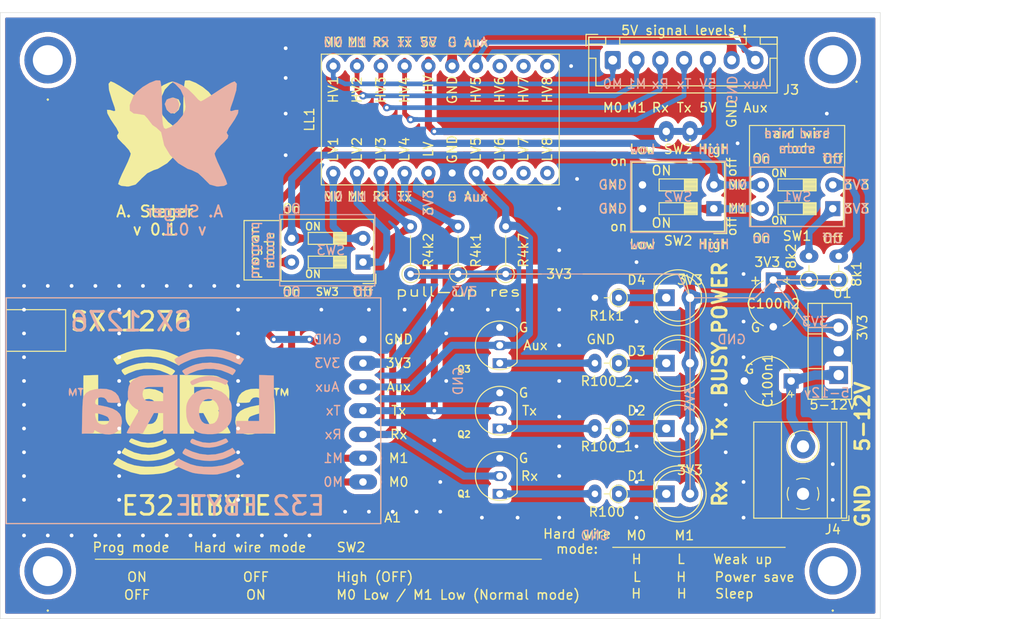
<source format=kicad_pcb>
(kicad_pcb (version 20171130) (host pcbnew "(5.1.6)-1")
  (layers (0 F.Cu signal) (31 B.Cu signal) (34 B.Paste user) (35 F.Paste user) (36 B.SilkS user) (37 F.SilkS user) (38 B.Mask user) (39 F.Mask user) (44 Edge.Cuts user))
  (net 0 "")
  (net 1 /Rx)
  (net 2 /M1)
  (net 3 /M0)
  (net 4 GND)
  (net 5 /Aux)
  (net 6 /Tx)
  (net 7 "Net-(D1-Pad1)")
  (net 8 "Net-(D2-Pad1)")
  (net 9 "Net-(D3-Pad1)")
  (net 10 "Net-(Q1-Pad1)")
  (net 11 "Net-(Q2-Pad1)")
  (net 12 "Net-(Q3-Pad1)")
  (net 13 /M0_d)
  (net 14 /M1_d)
  (net 15 +3V3)
  (net 16 "Net-(D4-Pad1)")
  (net 17 "Net-(J3-Pad5)")
  (net 18 "Net-(J3-Pad4)")
  (net 19 "Net-(J3-Pad3)")
  (net 20 "Net-(J3-Pad2)")
  (net 21 "Net-(J3-Pad1)")
  (net 22 "Net-(J3-Pad6)")
  (net 23 "Net-(J3-Pad7)")
  (net 24 "Net-(LL1-Pad1)")
  (net 25 "Net-(LL1-Pad2)")
  (net 26 "Net-(LL1-Pad3)")
  (net 27 "Net-(LL1-Pad18)")
  (net 28 "Net-(LL1-Pad19)")
  (net 29 "Net-(LL1-Pad20)")
  (net 30 "Net-(8k1-Pad2)")
  (net 31 "Net-(8k2-Pad2)")
  (net 32 "Net-(C100n1-Pad1)")
  (module My_footprint_library:LoRa_E32 (layer F.Cu) (at 132.715 94.615)
    (fp_text reference A1 (at 15.875 11.43) (layer F.SilkS))
    (fp_text value LoRa_E32)
    (fp_text user GND (at 16.51 -7.62) (layer F.SilkS))
    (fp_text user 3V3 (at 16.51 -5.08) (layer F.SilkS))
    (fp_text user Aux (at 16.51 -2.54) (layer F.SilkS))
    (fp_text user Tx (at 16.51 0) (layer F.SilkS))
    (fp_text user Rx (at 16.51 2.54) (layer F.SilkS))
    (fp_text user M1 (at 16.51 5.08) (layer F.SilkS))
    (fp_text user M0 (at 16.51 7.62) (layer F.SilkS))
    (fp_text user "E32 EBYTE" (at -5.08 10.16) (layer F.SilkS) (effects (font (size 2 2) (thickness 0.3))))
    (pad 1 thru_hole rect (at 12.7 -7.62) (size 3 1.6) (drill 0.8) (layers *.Cu *.Mask) (net 4 GND))
    (pad 2 thru_hole oval (at 12.7 -5.08) (size 3 1.6) (drill 0.8) (layers *.Cu *.Mask) (net 15 +3V3))
    (pad 3 thru_hole oval (at 12.7 -2.54) (size 3 1.6) (drill 0.8) (layers *.Cu *.Mask) (net 5 /Aux))
    (pad 4 thru_hole oval (at 12.7 0) (size 3 1.6) (drill 0.8) (layers *.Cu *.Mask) (net 6 /Tx))
    (pad 5 thru_hole oval (at 12.7 2.54) (size 3 1.6) (drill 0.8) (layers *.Cu *.Mask) (net 1 /Rx))
    (pad 6 thru_hole oval (at 12.7 5.08) (size 3 1.6) (drill 0.8) (layers *.Cu *.Mask) (net 2 /M1))
    (pad 7 thru_hole oval (at 12.7 7.62) (size 3 1.6) (drill 0.8) (layers *.Cu *.Mask) (net 3 /M0))
  )
  (module Button_Switch_THT:SW_DIP_SPSTx02_Slide_9.78x7.26mm_W7.62mm_P2.54mm (layer F.Cu) (at 145.415 78.74 180)
    (fp_text reference SW3 (at 3.81 -3.175) (layer F.SilkS) (effects (font (size 0.8 0.8))))
    (fp_text value SW_DIP_x02)
    (fp_text user ON (at 5.334 -1.27 180) (layer F.SilkS) (effects (font (size 0.8 0.8))))
    (fp_text user ON (at 5.334 3.81 180) (layer F.SilkS) (effects (font (size 0.8 0.8))))
    (pad 1 thru_hole rect (at 0 0 180) (size 1.6 1.6) (drill 0.8) (layers *.Cu *.Mask) (net 14 /M1_d))
    (pad 3 thru_hole oval (at 7.62 2.54 180) (size 1.6 1.6) (drill 0.8) (layers *.Cu *.Mask) (net 3 /M0))
    (pad 2 thru_hole oval (at 0 2.54 180) (size 1.6 1.6) (drill 0.8) (layers *.Cu *.Mask) (net 13 /M0_d))
    (pad 4 thru_hole oval (at 7.62 0 180) (size 1.6 1.6) (drill 0.8) (layers *.Cu *.Mask) (net 2 /M1))
  )
  (module Button_Switch_THT:SW_DIP_SPSTx02_Slide_9.78x7.26mm_W7.62mm_P2.54mm (layer F.Cu) (at 195.58 73.025 180)
    (fp_text reference SW1 (at 3.81 -2.921 180) (layer F.SilkS))
    (fp_text value SW_DIP_x02)
    (fp_text user ON (at 5.715 3.81 180) (layer F.SilkS) (effects (font (size 0.8 0.8))))
    (fp_text user ON (at 5.715 -1.27 180) (layer F.SilkS) (effects (font (size 0.8 0.8))))
    (pad 1 thru_hole rect (at 0 0 180) (size 1.6 1.6) (drill 0.8) (layers *.Cu *.Mask) (net 31 "Net-(8k2-Pad2)"))
    (pad 3 thru_hole oval (at 7.62 2.54 180) (size 1.6 1.6) (drill 0.8) (layers *.Cu *.Mask) (net 3 /M0))
    (pad 2 thru_hole oval (at 0 2.54 180) (size 1.6 1.6) (drill 0.8) (layers *.Cu *.Mask) (net 30 "Net-(8k1-Pad2)"))
    (pad 4 thru_hole oval (at 7.62 0 180) (size 1.6 1.6) (drill 0.8) (layers *.Cu *.Mask) (net 2 /M1))
  )
  (module Button_Switch_THT:SW_DIP_SPSTx02_Slide_9.78x7.26mm_W7.62mm_P2.54mm (layer F.Cu) (at 182.88 73.025 180)
    (fp_text reference SW2 (at 3.81 -3.429 180) (layer F.SilkS))
    (fp_text value SW_DIP_x02)
    (fp_text user ON (at 5.588 4.064 180) (layer F.SilkS))
    (fp_text user ON (at 5.588 -1.524 180) (layer F.SilkS))
    (pad 4 thru_hole oval (at 7.62 0 180) (size 1.6 1.6) (drill 0.8) (layers *.Cu *.Mask) (net 4 GND))
    (pad 2 thru_hole oval (at 0 2.54 180) (size 1.6 1.6) (drill 0.8) (layers *.Cu *.Mask) (net 3 /M0))
    (pad 3 thru_hole oval (at 7.62 2.54 180) (size 1.6 1.6) (drill 0.8) (layers *.Cu *.Mask) (net 4 GND))
    (pad 1 thru_hole rect (at 0 0 180) (size 1.6 1.6) (drill 0.8) (layers *.Cu *.Mask) (net 2 /M1))
  )
  (module Resistor_THT:R_Axial_DIN0204_L3.6mm_D1.6mm_P2.54mm_Vertical (layer F.Cu) (at 172.72 103.505 180)
    (fp_text reference R100 (at 1.27 -1.92 180) (layer F.SilkS))
    (fp_text value 100)
    (pad 2 thru_hole oval (at 2.54 0 180) (size 1.4 2) (drill 0.7) (layers *.Cu *.Mask) (net 10 "Net-(Q1-Pad1)"))
    (pad 1 thru_hole oval (at 0 0 180) (size 1.4 2) (drill 0.7) (layers *.Cu *.Mask) (net 7 "Net-(D1-Pad1)"))
  )
  (module Resistor_THT:R_Axial_DIN0204_L3.6mm_D1.6mm_P2.54mm_Vertical (layer F.Cu) (at 172.72 96.52 180)
    (fp_text reference R100_1 (at 1.27 -1.92 180) (layer F.SilkS))
    (fp_text value 100)
    (pad 2 thru_hole oval (at 2.54 0 180) (size 1.4 2) (drill 0.7) (layers *.Cu *.Mask) (net 11 "Net-(Q2-Pad1)"))
    (pad 1 thru_hole oval (at 0 0 180) (size 1.4 2) (drill 0.7) (layers *.Cu *.Mask) (net 8 "Net-(D2-Pad1)"))
  )
  (module Resistor_THT:R_Axial_DIN0204_L3.6mm_D1.6mm_P2.54mm_Vertical (layer F.Cu) (at 172.72 89.535 180)
    (fp_text reference R100_2 (at 1.27 -1.92 180) (layer F.SilkS))
    (fp_text value 100)
    (pad 2 thru_hole oval (at 2.54 0 180) (size 1.4 2) (drill 0.7) (layers *.Cu *.Mask) (net 12 "Net-(Q3-Pad1)"))
    (pad 1 thru_hole oval (at 0 0 180) (size 1.4 2) (drill 0.7) (layers *.Cu *.Mask) (net 9 "Net-(D3-Pad1)"))
  )
  (module Resistor_THT:R_Axial_DIN0204_L3.6mm_D1.6mm_P2.54mm_Vertical (layer F.Cu) (at 172.72 82.55 180)
    (fp_text reference R1k1 (at 1.27 -1.92 180) (layer F.SilkS))
    (fp_text value 1k)
    (pad 2 thru_hole oval (at 2.54 0 180) (size 1.4 2) (drill 0.7) (layers *.Cu *.Mask) (net 4 GND))
    (pad 1 thru_hole oval (at 0 0 180) (size 1.4 2) (drill 0.7) (layers *.Cu *.Mask) (net 16 "Net-(D4-Pad1)"))
  )
  (module Resistor_THT:R_Axial_DIN0204_L3.6mm_D1.6mm_P2.54mm_Vertical (layer F.Cu) (at 193.04 80.645 90)
    (fp_text reference 8k2 (at 2.54 -1.905 90) (layer F.SilkS))
    (fp_text value 8k)
    (pad 2 thru_hole oval (at 2.54 0 90) (size 1.4 2) (drill 0.7) (layers *.Cu *.Mask) (net 31 "Net-(8k2-Pad2)"))
    (pad 1 thru_hole oval (at 0 0 90) (size 1.4 2) (drill 0.7) (layers *.Cu *.Mask) (net 15 +3V3))
  )
  (module Resistor_THT:R_Axial_DIN0204_L3.6mm_D1.6mm_P2.54mm_Vertical (layer F.Cu) (at 196.215 80.645 90)
    (fp_text reference 8k1 (at 0.635 1.905 90) (layer F.SilkS))
    (fp_text value 8k)
    (pad 2 thru_hole oval (at 2.54 0 90) (size 1.4 2) (drill 0.7) (layers *.Cu *.Mask) (net 30 "Net-(8k1-Pad2)"))
    (pad 1 thru_hole oval (at 0 0 90) (size 1.4 2) (drill 0.7) (layers *.Cu *.Mask) (net 15 +3V3))
  )
  (module My_footprint_library:1_pin (layer F.Cu) (at 177.8 64.77)
    (fp_text reference . (at 0 0.5) (layer F.SilkS))
    (fp_text value .)
    (pad 1 thru_hole oval (at 0 0) (size 1.6 2.2) (drill 0.8) (layers *.Cu *.Mask))
  )
  (module My_footprint_library:1_pin (layer F.Cu) (at 180.34 64.77)
    (fp_text reference . (at 0 0.5) (layer F.SilkS))
    (fp_text value .)
    (pad 1 thru_hole oval (at 0 0) (size 1.6 2.2) (drill 0.8) (layers *.Cu *.Mask))
  )
  (module LED_THT:LED_D5.0mm (layer F.Cu) (at 177.8 103.505)
    (fp_text reference D1 (at -3.175 -1.905) (layer F.SilkS))
    (fp_text value Rx)
    (pad 1 thru_hole rect (at 0 0) (size 1.8 1.8) (drill 0.9) (layers *.Cu *.Mask) (net 7 "Net-(D1-Pad1)"))
    (pad 2 thru_hole circle (at 2.54 0) (size 1.8 1.8) (drill 0.9) (layers *.Cu *.Mask) (net 15 +3V3))
  )
  (module Package_TO_SOT_THT:TO-92_Inline (layer F.Cu) (at 160.02 102.87 90)
    (fp_text reference Q1 (at -0.635 -3.81) (layer F.SilkS) (effects (font (size 0.7 0.7))))
    (fp_text value 2N3906)
    (pad 2 thru_hole oval (at 1.27 0 90) (size 1.05 1.5) (drill 0.75) (layers *.Cu *.Mask) (net 1 /Rx))
    (pad 3 thru_hole oval (at 3.175 0 90) (size 1.05 1.5) (drill 0.75) (layers *.Cu *.Mask) (net 4 GND))
    (pad 1 thru_hole rect (at -0.635 0 90) (size 1.05 1.5) (drill 0.75) (layers *.Cu *.Mask) (net 10 "Net-(Q1-Pad1)"))
  )
  (module Package_TO_SOT_THT:TO-92_Inline (layer F.Cu) (at 160.02 95.885 90)
    (fp_text reference Q2 (at -1.27 -3.81) (layer F.SilkS) (effects (font (size 0.7 0.7))))
    (fp_text value 2N3906)
    (pad 1 thru_hole rect (at -0.635 0 90) (size 1.05 1.5) (drill 0.75) (layers *.Cu *.Mask) (net 11 "Net-(Q2-Pad1)"))
    (pad 3 thru_hole oval (at 3.175 0 90) (size 1.05 1.5) (drill 0.75) (layers *.Cu *.Mask) (net 4 GND))
    (pad 2 thru_hole oval (at 1.27 0 90) (size 1.05 1.5) (drill 0.75) (layers *.Cu *.Mask) (net 6 /Tx))
  )
  (module Package_TO_SOT_THT:TO-92_Inline (layer F.Cu) (at 160.02 88.9 90)
    (fp_text reference Q3 (at -1.27 -3.81) (layer F.SilkS) (effects (font (size 0.7 0.7))))
    (fp_text value 2N3906)
    (pad 2 thru_hole oval (at 1.27 0 90) (size 1.05 1.5) (drill 0.75) (layers *.Cu *.Mask) (net 5 /Aux))
    (pad 3 thru_hole oval (at 3.175 0 90) (size 1.05 1.5) (drill 0.75) (layers *.Cu *.Mask) (net 4 GND))
    (pad 1 thru_hole rect (at -0.635 0 90) (size 1.05 1.5) (drill 0.75) (layers *.Cu *.Mask) (net 12 "Net-(Q3-Pad1)"))
  )
  (module "My_footprint_library:LoRa Logo" (layer B.Cu) (at 125.095 94.615 180)
    (fp_text reference G*** hide)
    (fp_text value LOGO hide)
  )
  (module "My_footprint_library:LoRa Logo" (layer F.Cu) (at 126.365 94.615)
    (fp_text reference G*** hide)
    (fp_text value LOGO hide)
  )
  (module My_footprint_library:1pin (layer F.Cu) (at 111.76 57.15)
    (fp_text reference . (at 0 3.81) (layer F.SilkS))
    (fp_text value 1pin)
    (pad 1 thru_hole circle (at 0 0) (size 5 5) (drill 3.2) (layers *.Cu *.Mask))
  )
  (module My_footprint_library:1pin (layer F.Cu) (at 195.58 57.15)
    (fp_text reference . (at 2.54 1.905) (layer F.SilkS))
    (fp_text value 1pin)
    (pad 1 thru_hole circle (at 0 0) (size 5 5) (drill 3.2) (layers *.Cu *.Mask))
  )
  (module My_footprint_library:1pin (layer F.Cu) (at 195.58 111.76)
    (fp_text reference . (at 0 3.81) (layer F.SilkS))
    (fp_text value 1pin)
    (pad 1 thru_hole circle (at 0 0) (size 5 5) (drill 3.2) (layers *.Cu *.Mask))
  )
  (module My_footprint_library:1pin (layer F.Cu) (at 111.76 111.76)
    (fp_text reference . (at 0 3.81) (layer F.SilkS))
    (fp_text value 1pin)
    (pad 1 thru_hole circle (at 0 0) (size 5 5) (drill 3.2) (layers *.Cu *.Mask))
  )
  (module My_footprint_library:parrot (layer B.Cu) (at 126.365 64.77 180)
    (fp_text reference G*** hide)
    (fp_text value LOGO hide)
  )
  (module My_footprint_library:parrot (layer F.Cu) (at 123.825 64.77)
    (fp_text reference G*** hide)
    (fp_text value LOGO hide)
  )
  (module LED_THT:LED_D5.0mm (layer F.Cu) (at 177.8 96.52)
    (fp_text reference D2 (at -3.175 -1.905) (layer F.SilkS))
    (fp_text value Tx)
    (pad 2 thru_hole circle (at 2.54 0) (size 1.8 1.8) (drill 0.9) (layers *.Cu *.Mask) (net 15 +3V3))
    (pad 1 thru_hole rect (at 0 0) (size 1.8 1.8) (drill 0.9) (layers *.Cu *.Mask) (net 8 "Net-(D2-Pad1)"))
  )
  (module LED_THT:LED_D5.0mm (layer F.Cu) (at 177.8 89.535)
    (fp_text reference D3 (at -3.175 -1.27) (layer F.SilkS))
    (fp_text value Aux)
    (pad 1 thru_hole rect (at 0 0) (size 1.8 1.8) (drill 0.9) (layers *.Cu *.Mask) (net 9 "Net-(D3-Pad1)"))
    (pad 2 thru_hole circle (at 2.54 0) (size 1.8 1.8) (drill 0.9) (layers *.Cu *.Mask) (net 15 +3V3))
  )
  (module LED_THT:LED_D5.0mm (layer F.Cu) (at 177.8 82.55)
    (fp_text reference D4 (at -3.175 -1.905) (layer F.SilkS))
    (fp_text value Power)
    (pad 1 thru_hole rect (at 0 0) (size 1.8 1.8) (drill 0.9) (layers *.Cu *.Mask) (net 16 "Net-(D4-Pad1)"))
    (pad 2 thru_hole circle (at 2.54 0) (size 1.8 1.8) (drill 0.9) (layers *.Cu *.Mask) (net 15 +3V3))
  )
  (module Package_TO_SOT_THT:TO-220-3_Vertical (layer F.Cu) (at 196.215 90.805 90)
    (fp_text reference U1 (at 8.763 0.381 180) (layer F.SilkS))
    (fp_text value LM7803_TO220)
    (pad 1 thru_hole rect (at 0 0 90) (size 1.905 2) (drill 1.1) (layers *.Cu *.Mask) (net 32 "Net-(C100n1-Pad1)"))
    (pad 2 thru_hole oval (at 2.54 0 90) (size 1.905 2) (drill 1.1) (layers *.Cu *.Mask) (net 4 GND))
    (pad 3 thru_hole oval (at 5.08 0 90) (size 1.905 2) (drill 1.1) (layers *.Cu *.Mask) (net 15 +3V3))
  )
  (module Connector_JST:JST_XH_B7B-XH-A_1x07_P2.50mm_Vertical (layer F.Cu) (at 172.085 57.15)
    (fp_text reference J3 (at 19.05 3.175) (layer F.SilkS))
    (fp_text value HEADER_5)
    (pad 1 thru_hole roundrect (at 0 0) (size 1.7 1.95) (drill 0.95) (layers *.Cu *.Mask) (roundrect_rratio 0.147059) (net 21 "Net-(J3-Pad1)"))
    (pad 2 thru_hole oval (at 2.54 0) (size 1.7 1.95) (drill 0.95) (layers *.Cu *.Mask) (net 20 "Net-(J3-Pad2)"))
    (pad 3 thru_hole oval (at 5.08 0) (size 1.7 1.95) (drill 0.95) (layers *.Cu *.Mask) (net 19 "Net-(J3-Pad3)"))
    (pad 4 thru_hole oval (at 7.62 0) (size 1.7 1.95) (drill 0.95) (layers *.Cu *.Mask) (net 18 "Net-(J3-Pad4)"))
    (pad 5 thru_hole oval (at 10.16 0) (size 1.7 1.95) (drill 0.95) (layers *.Cu *.Mask) (net 17 "Net-(J3-Pad5)"))
    (pad 6 thru_hole oval (at 12.7 0) (size 1.7 1.95) (drill 0.95) (layers *.Cu *.Mask) (net 22 "Net-(J3-Pad6)"))
    (pad 7 thru_hole oval (at 15.24 0) (size 1.7 1.95) (drill 0.95) (layers *.Cu *.Mask) (net 23 "Net-(J3-Pad7)"))
  )
  (module Resistor_THT:R_Axial_DIN0204_L3.6mm_D1.6mm_P5.08mm_Vertical (layer F.Cu) (at 155.575 80.01 90)
    (fp_text reference R4k1 (at 2.54 1.905 90) (layer F.SilkS))
    (fp_text value 4k7)
    (pad 2 thru_hole oval (at 5.08 0 90) (size 1.4 1.4) (drill 0.7) (layers *.Cu *.Mask) (net 6 /Tx))
    (pad 1 thru_hole circle (at 0 0 90) (size 1.4 1.4) (drill 0.7) (layers *.Cu *.Mask) (net 15 +3V3))
  )
  (module Resistor_THT:R_Axial_DIN0204_L3.6mm_D1.6mm_P5.08mm_Vertical (layer F.Cu) (at 150.495 80.01 90)
    (fp_text reference R4k2 (at 2.54 1.905 90) (layer F.SilkS))
    (fp_text value 4k7)
    (pad 1 thru_hole circle (at 0 0 90) (size 1.4 1.4) (drill 0.7) (layers *.Cu *.Mask) (net 15 +3V3))
    (pad 2 thru_hole oval (at 5.08 0 90) (size 1.4 1.4) (drill 0.7) (layers *.Cu *.Mask) (net 1 /Rx))
  )
  (module Resistor_THT:R_Axial_DIN0204_L3.6mm_D1.6mm_P5.08mm_Vertical (layer F.Cu) (at 160.655 80.01 90)
    (fp_text reference R4k7 (at 2.54 1.905 90) (layer F.SilkS))
    (fp_text value 4k7)
    (pad 1 thru_hole circle (at 0 0 90) (size 1.4 1.4) (drill 0.7) (layers *.Cu *.Mask) (net 15 +3V3))
    (pad 2 thru_hole oval (at 5.08 0 90) (size 1.4 1.4) (drill 0.7) (layers *.Cu *.Mask) (net 5 /Aux))
  )
  (module TerminalBlock_Phoenix:TerminalBlock_Phoenix_MKDS-1,5-2-5.08_1x02_P5.08mm_Horizontal (layer F.Cu) (at 192.405 103.505 90)
    (fp_text reference J4 (at -3.81 3.175 180) (layer F.SilkS))
    (fp_text value Screw_Terminal_01x02)
    (pad 1 thru_hole rect (at 0 0 90) (size 2.6 2.6) (drill 1.3) (layers *.Cu *.Mask) (net 4 GND))
    (pad 2 thru_hole circle (at 5.08 0 90) (size 2.6 2.6) (drill 1.3) (layers *.Cu *.Mask) (net 32 "Net-(C100n1-Pad1)"))
  )
  (module My_footprint_library:Logic_lev_shift_8ch (layer F.Cu) (at 153.67 63.5 270)
    (fp_text reference LL1 (at 0 13.97 90) (layer F.SilkS))
    (fp_text value Logic_lev_shift_8ch)
    (fp_text user HV8 (at -3.175 -11.43 90) (layer F.SilkS))
    (fp_text user HV7 (at -3.175 -8.89 90) (layer F.SilkS))
    (fp_text user HV6 (at -3.175 -6.35 90) (layer F.SilkS))
    (fp_text user HV5 (at -3.175 -3.81 90) (layer F.SilkS))
    (fp_text user GND (at -3.175 -1.27 90) (layer F.SilkS))
    (fp_text user HV (at -3.81 1.27 90) (layer F.SilkS))
    (fp_text user HV4 (at -3.175 3.81 90) (layer F.SilkS))
    (fp_text user HV3 (at -3.175 6.35 90) (layer F.SilkS))
    (fp_text user HV2 (at -3.175 8.89 90) (layer F.SilkS))
    (fp_text user HV1 (at -3.175 11.43 90) (layer F.SilkS))
    (fp_text user LV1 (at 3.175 11.43 90) (layer F.SilkS))
    (fp_text user LV2 (at 3.175 8.89 90) (layer F.SilkS))
    (fp_text user LV3 (at 3.175 6.35 90) (layer F.SilkS))
    (fp_text user LV4 (at 3.175 3.81 90) (layer F.SilkS))
    (fp_text user LV (at 3.175 1.27 90) (layer F.SilkS))
    (fp_text user GND (at 3.175 -1.27 90) (layer F.SilkS))
    (fp_text user LV5 (at 3.175 -3.81 90) (layer F.SilkS))
    (fp_text user LV6 (at 3.175 -6.35 90) (layer F.SilkS))
    (fp_text user LV7 (at 3.175 -8.89 90) (layer F.SilkS))
    (fp_text user LV8 (at 3.175 -11.43 90) (layer F.SilkS))
    (pad 1 thru_hole circle (at -5.715 -11.43 270) (size 1.524 1.524) (drill 0.762) (layers *.Cu *.Mask) (net 24 "Net-(LL1-Pad1)"))
    (pad 2 thru_hole circle (at -5.715 -8.89 270) (size 1.524 1.524) (drill 0.762) (layers *.Cu *.Mask) (net 25 "Net-(LL1-Pad2)"))
    (pad 3 thru_hole circle (at -5.715 -6.35 270) (size 1.524 1.524) (drill 0.762) (layers *.Cu *.Mask) (net 26 "Net-(LL1-Pad3)"))
    (pad 4 thru_hole circle (at -5.715 -3.81 270) (size 1.524 1.524) (drill 0.762) (layers *.Cu *.Mask) (net 23 "Net-(J3-Pad7)"))
    (pad 5 thru_hole circle (at -5.715 -1.27 270) (size 1.524 1.524) (drill 0.762) (layers *.Cu *.Mask) (net 22 "Net-(J3-Pad6)"))
    (pad 6 thru_hole circle (at -5.715 1.27 270) (size 1.524 1.524) (drill 0.762) (layers *.Cu *.Mask) (net 17 "Net-(J3-Pad5)"))
    (pad 7 thru_hole circle (at -5.715 3.81 270) (size 1.524 1.524) (drill 0.762) (layers *.Cu *.Mask) (net 18 "Net-(J3-Pad4)"))
    (pad 8 thru_hole circle (at -5.715 6.35 270) (size 1.524 1.524) (drill 0.762) (layers *.Cu *.Mask) (net 19 "Net-(J3-Pad3)"))
    (pad 9 thru_hole circle (at -5.715 8.89 270) (size 1.524 1.524) (drill 0.762) (layers *.Cu *.Mask) (net 20 "Net-(J3-Pad2)"))
    (pad 10 thru_hole circle (at -5.715 11.43 270) (size 1.524 1.524) (drill 0.762) (layers *.Cu *.Mask) (net 21 "Net-(J3-Pad1)"))
    (pad 11 thru_hole circle (at 5.715 11.43 270) (size 1.524 1.524) (drill 0.762) (layers *.Cu *.Mask) (net 13 /M0_d))
    (pad 12 thru_hole circle (at 5.715 8.89 270) (size 1.524 1.524) (drill 0.762) (layers *.Cu *.Mask) (net 14 /M1_d))
    (pad 13 thru_hole circle (at 5.715 6.35 270) (size 1.524 1.524) (drill 0.762) (layers *.Cu *.Mask) (net 1 /Rx))
    (pad 14 thru_hole circle (at 5.715 3.81 270) (size 1.524 1.524) (drill 0.762) (layers *.Cu *.Mask) (net 6 /Tx))
    (pad 15 thru_hole circle (at 5.715 1.27 270) (size 1.524 1.524) (drill 0.762) (layers *.Cu *.Mask) (net 15 +3V3))
    (pad 16 thru_hole circle (at 5.715 -1.27 270) (size 1.524 1.524) (drill 0.762) (layers *.Cu *.Mask) (net 4 GND))
    (pad 17 thru_hole circle (at 5.715 -3.81 270) (size 1.524 1.524) (drill 0.762) (layers *.Cu *.Mask) (net 5 /Aux))
    (pad 18 thru_hole circle (at 5.715 -6.35 270) (size 1.524 1.524) (drill 0.762) (layers *.Cu *.Mask) (net 27 "Net-(LL1-Pad18)"))
    (pad 19 thru_hole circle (at 5.715 -8.89 270) (size 1.524 1.524) (drill 0.762) (layers *.Cu *.Mask) (net 28 "Net-(LL1-Pad19)"))
    (pad 20 thru_hole circle (at 5.715 -11.43 270) (size 1.524 1.524) (drill 0.762) (layers *.Cu *.Mask) (net 29 "Net-(LL1-Pad20)"))
  )
  (module Capacitor_THT:CP_Radial_Tantal_D5.0mm_P5.00mm (layer F.Cu) (at 191.135 91.44 180)
    (fp_text reference C100n1 (at 2.5 0 90) (layer F.SilkS))
    (fp_text value 100n)
    (pad 1 thru_hole rect (at 0 0 180) (size 1.6 1.6) (drill 0.8) (layers *.Cu *.Mask) (net 32 "Net-(C100n1-Pad1)"))
    (pad 2 thru_hole circle (at 5 0 180) (size 1.6 1.6) (drill 0.8) (layers *.Cu *.Mask) (net 4 GND))
  )
  (module Capacitor_THT:CP_Radial_Tantal_D5.0mm_P5.00mm (layer F.Cu) (at 189.23 80.645 270)
    (fp_text reference C100n2 (at 2.54 0 180) (layer F.SilkS))
    (fp_text value 100n)
    (pad 2 thru_hole circle (at 5 0 270) (size 1.6 1.6) (drill 0.8) (layers *.Cu *.Mask) (net 4 GND))
    (pad 1 thru_hole rect (at 0 0 270) (size 1.6 1.6) (drill 0.8) (layers *.Cu *.Mask) (net 15 +3V3))
  )
  (gr_text + (at 187.325 80.645) (layer F.SilkS) (effects (font (size 1 1))))
  (gr_text G (at 186.69 90.17) (layer F.SilkS) (effects (font (size 1 1))))
  (gr_text G (at 187.325 85.725) (layer F.SilkS) (effects (font (size 1 1))))
  (gr_line (start 187.325 82.55) (end 180.34 82.55) (layer B.SilkS) (width 0.12))
  (gr_line (start 189.23 80.645) (end 187.325 82.55) (layer B.SilkS) (width 0.12))
  (gr_line (start 187.325 82.55) (end 189.23 80.645) (layer F.SilkS) (width 0.12))
  (gr_line (start 187.325 82.55) (end 189.23 80.645) (layer F.SilkS) (width 0.12))
  (gr_line (start 196.85 64.135) (end 196.85 68.58) (layer F.SilkS) (width 0.12))
  (gr_line (start 186.69 64.135) (end 196.85 64.135) (layer F.SilkS) (width 0.12))
  (gr_line (start 186.69 68.58) (end 186.69 64.135) (layer F.SilkS) (width 0.12))
  (gr_line (start 132.715 74.295) (end 136.525 74.295) (layer F.SilkS) (width 0.12))
  (gr_line (start 132.715 80.645) (end 132.715 74.295) (layer F.SilkS) (width 0.12))
  (gr_line (start 136.525 80.645) (end 132.715 80.645) (layer F.SilkS) (width 0.12))
  (gr_text "pull-up res" (at 155.575 81.915) (layer F.SilkS) (effects (font (size 1 1.5))))
  (gr_text G (at 162.56 99.695) (layer F.SilkS) (effects (font (size 1 1))))
  (gr_text G (at 162.56 92.71) (layer F.SilkS) (effects (font (size 1 1))))
  (gr_text G (at 162.56 85.725) (layer F.SilkS) (effects (font (size 1 1))))
  (gr_text "Hard wire\nmode:" (at 168.275 108.585) (layer F.SilkS) (effects (font (size 1 1))))
  (gr_text SW2 (at 179.07 66.675) (layer F.SilkS) (effects (font (size 1 1))))
  (gr_line (start 116.84 110.49) (end 164.465 110.49) (layer F.SilkS) (width 0.12))
  (gr_line (start 172.085 109.22) (end 190.5 109.22) (layer F.SilkS) (width 0.12))
  (gr_text "H     H    Sleep" (at 180.594 114.173) (layer F.SilkS) (effects (font (size 1 1))))
  (gr_text "L     H    Power save" (at 182.88 112.395) (layer F.SilkS) (effects (font (size 1 1))))
  (gr_text "H     L    Weak up" (at 181.61 110.49) (layer F.SilkS) (effects (font (size 1 1))))
  (gr_text "M0    M1" (at 177.165 107.95) (layer F.SilkS) (effects (font (size 1 1))))
  (gr_text "M0 Low / M1 Low (Normal mode)" (at 155.575 114.3) (layer F.SilkS) (effects (font (size 1 1))))
  (gr_text OFF (at 121.285 114.3) (layer F.SilkS) (effects (font (size 1 1))))
  (gr_text ON (at 133.985 114.3) (layer F.SilkS) (effects (font (size 1 1))))
  (gr_text "High (OFF)" (at 146.685 112.395) (layer F.SilkS) (effects (font (size 1 1))))
  (gr_text OFF (at 133.985 112.395) (layer F.SilkS) (effects (font (size 1 1))))
  (gr_text ON (at 121.285 112.395) (layer F.SilkS) (effects (font (size 1 1))))
  (gr_text SW2 (at 144.145 109.22) (layer F.SilkS) (effects (font (size 1 1))))
  (gr_text "Hard wire mode" (at 133.35 109.22) (layer F.SilkS) (effects (font (size 1 1))))
  (gr_text "Prog mode" (at 120.65 109.22) (layer F.SilkS) (effects (font (size 1 1))))
  (gr_text on (at 172.72 74.93) (layer F.SilkS) (effects (font (size 1 1))))
  (gr_text on (at 172.72 67.945) (layer F.SilkS) (effects (font (size 1 1))))
  (gr_text off (at 184.785 74.93 90) (layer F.SilkS) (effects (font (size 1 1))))
  (gr_text off (at 184.785 68.58 90) (layer F.SilkS) (effects (font (size 1 1))))
  (gr_text On (at 137.795 73.025) (layer B.SilkS) (effects (font (size 1 1)) (justify mirror)))
  (gr_text On (at 137.795 73.025) (layer F.SilkS) (effects (font (size 1 1))))
  (gr_text On (at 137.795 81.915) (layer F.SilkS) (effects (font (size 1 1))))
  (gr_text Off (at 145.415 81.915) (layer F.SilkS) (effects (font (size 1 1))))
  (gr_text On (at 137.795 81.915) (layer B.SilkS) (effects (font (size 1 1)) (justify mirror)))
  (gr_text Off (at 145.415 81.915) (layer B.SilkS) (effects (font (size 1 1)) (justify mirror)))
  (gr_text SW3 (at 141.986 77.47) (layer B.SilkS) (effects (font (size 1 1)) (justify mirror)))
  (gr_line (start 136.525 81.28) (end 136.525 73.66) (layer B.SilkS) (width 0.12))
  (gr_line (start 146.685 81.28) (end 136.525 81.28) (layer B.SilkS) (width 0.12))
  (gr_line (start 146.685 73.66) (end 146.685 81.28) (layer B.SilkS) (width 0.12))
  (gr_line (start 136.525 73.66) (end 146.685 73.66) (layer B.SilkS) (width 0.12))
  (gr_text "program\nmode" (at 134.62 77.47 90) (layer B.SilkS) (effects (font (size 1 1)) (justify mirror)))
  (gr_text SW2 (at 179.07 71.755) (layer B.SilkS) (effects (font (size 1 1)) (justify mirror)))
  (gr_text GND (at 172.085 73.025) (layer B.SilkS) (effects (font (size 1 1)) (justify mirror)))
  (gr_text GND (at 172.085 70.485) (layer B.SilkS) (effects (font (size 1 1)) (justify mirror)))
  (gr_text M1 (at 185.42 73.025) (layer B.SilkS) (effects (font (size 1 1)) (justify mirror)))
  (gr_text M0 (at 185.42 70.485) (layer B.SilkS) (effects (font (size 1 1)) (justify mirror)))
  (gr_text 3V3 (at 198.12 73.025) (layer B.SilkS) (effects (font (size 1 1)) (justify mirror)))
  (gr_text 3V3 (at 198.12 70.485) (layer B.SilkS) (effects (font (size 1 1)) (justify mirror)))
  (gr_text Off (at 195.58 76.2) (layer B.SilkS) (effects (font (size 1 1)) (justify mirror)))
  (gr_text On (at 187.96 76.2) (layer B.SilkS) (effects (font (size 1 1)) (justify mirror)))
  (gr_text Off (at 195.58 67.691) (layer B.SilkS) (effects (font (size 1 1)) (justify mirror)))
  (gr_text On (at 187.96 67.691) (layer B.SilkS) (effects (font (size 1 1)) (justify mirror)))
  (gr_text High (at 182.88 76.835) (layer B.SilkS) (effects (font (size 1 1)) (justify mirror)))
  (gr_text Low (at 175.26 76.835) (layer B.SilkS) (effects (font (size 1 1)) (justify mirror)))
  (gr_text High (at 182.88 66.675) (layer B.SilkS) (effects (font (size 1 1)) (justify mirror)))
  (gr_text Low (at 175.26 66.675) (layer B.SilkS) (effects (font (size 1 1)) (justify mirror)))
  (gr_line (start 173.99 75.565) (end 173.99 67.945) (layer B.SilkS) (width 0.12))
  (gr_line (start 184.15 75.565) (end 173.99 75.565) (layer B.SilkS) (width 0.12))
  (gr_line (start 184.15 67.945) (end 184.15 75.565) (layer B.SilkS) (width 0.12))
  (gr_line (start 173.99 67.945) (end 184.15 67.945) (layer B.SilkS) (width 0.12))
  (gr_text "hard wire\nmode" (at 191.77 65.786) (layer B.SilkS) (effects (font (size 1 1)) (justify mirror)))
  (gr_text SW1 (at 191.77 71.755) (layer B.SilkS) (effects (font (size 1 1)) (justify mirror)))
  (gr_line (start 196.85 68.58) (end 186.69 68.58) (layer B.SilkS) (width 0.12))
  (gr_line (start 196.85 74.93) (end 196.85 68.58) (layer B.SilkS) (width 0.12))
  (gr_line (start 186.69 74.93) (end 196.85 74.93) (layer B.SilkS) (width 0.12))
  (gr_line (start 186.69 68.58) (end 186.69 74.93) (layer B.SilkS) (width 0.12))
  (gr_line (start 192.405 80.645) (end 196.215 80.645) (layer B.SilkS) (width 0.12))
  (gr_line (start 189.23 80.645) (end 192.405 80.645) (layer B.SilkS) (width 0.12))
  (gr_line (start 180.34 82.55) (end 180.34 103.505) (layer B.SilkS) (width 0.12))
  (gr_line (start 179.07 80.01) (end 150.495 80.01) (layer B.SilkS) (width 0.12))
  (gr_line (start 180.34 82.55) (end 179.07 80.01) (layer B.SilkS) (width 0.12))
  (gr_line (start 193.04 85.725) (end 189.23 80.645) (layer B.SilkS) (width 0.12))
  (gr_line (start 196.215 85.725) (end 193.04 85.725) (layer B.SilkS) (width 0.12))
  (gr_line (start 180.34 82.55) (end 180.34 103.505) (layer F.SilkS) (width 0.12))
  (gr_line (start 192.405 80.645) (end 196.215 80.645) (layer F.SilkS) (width 0.12))
  (gr_line (start 189.23 80.645) (end 192.405 80.645) (layer F.SilkS) (width 0.12))
  (gr_line (start 193.04 85.725) (end 196.215 85.725) (layer F.SilkS) (width 0.12))
  (gr_line (start 189.23 80.645) (end 193.04 85.725) (layer F.SilkS) (width 0.12))
  (gr_line (start 179.705 80.01) (end 180.34 82.55) (layer F.SilkS) (width 0.12))
  (gr_line (start 168.91 80.01) (end 179.705 80.01) (layer F.SilkS) (width 0.12))
  (gr_line (start 164.465 80.01) (end 150.495 80.01) (layer F.SilkS) (width 0.12))
  (gr_text 3V3 (at 166.37 80.01) (layer F.SilkS) (effects (font (size 1 1))))
  (gr_text 3V3 (at 180.34 100.965) (layer F.SilkS) (effects (font (size 1 1))))
  (gr_text GND (at 170.815 86.995) (layer F.SilkS) (effects (font (size 1 1))))
  (gr_text 3V3 (at 180.34 80.645) (layer F.SilkS) (effects (font (size 1 1))))
  (gr_text Rx (at 163.195 101.6) (layer F.SilkS) (effects (font (size 1 1))))
  (gr_text Off (at 195.58 76.2) (layer F.SilkS) (effects (font (size 1 1))))
  (gr_text On (at 187.96 76.2) (layer F.SilkS) (effects (font (size 1 1))))
  (gr_text Low (at 175.26 66.675) (layer F.SilkS) (effects (font (size 1 1))))
  (gr_text High (at 182.88 66.675) (layer F.SilkS) (effects (font (size 1 1))))
  (gr_text 3V3 (at 198.12 73.025) (layer F.SilkS) (effects (font (size 1 1))))
  (gr_text 3V3 (at 198.12 70.485) (layer F.SilkS) (effects (font (size 1 1))))
  (gr_text GND (at 172.085 70.485) (layer F.SilkS) (effects (font (size 1 1))))
  (gr_text GND (at 172.085 73.025) (layer F.SilkS) (effects (font (size 1 1))))
  (gr_text On (at 187.96 67.691) (layer F.SilkS) (effects (font (size 1 1))))
  (gr_text Off (at 195.58 67.691) (layer F.SilkS) (effects (font (size 1 1))))
  (gr_text G (at 154.94 71.755) (layer F.SilkS) (effects (font (size 1 1))))
  (gr_text G (at 154.94 71.755) (layer B.SilkS) (effects (font (size 1 1)) (justify mirror)))
  (gr_text G (at 154.94 55.245) (layer F.SilkS) (effects (font (size 1 1))))
  (gr_text G (at 154.94 55.245) (layer B.SilkS) (effects (font (size 1 1)) (justify mirror)))
  (gr_text GND (at 170.18 107.95) (layer B.SilkS) (effects (font (size 1 1)) (justify mirror)))
  (gr_text 3V3 (at 156.21 81.915) (layer B.SilkS) (effects (font (size 1 1)) (justify mirror)))
  (gr_text GND (at 155.575 91.44 90) (layer B.SilkS) (effects (font (size 1 1)) (justify mirror)))
  (gr_text GND (at 184.785 86.995) (layer B.SilkS) (effects (font (size 1 1)) (justify mirror)))
  (gr_text 3V3 (at 180.34 93.345 90) (layer B.SilkS) (effects (font (size 1 1)) (justify mirror)))
  (gr_text 5-12v (at 194.945 92.71) (layer B.SilkS) (effects (font (size 1 1)) (justify mirror)))
  (gr_text 3V3 (at 193.675 85.09) (layer B.SilkS) (effects (font (size 1 1)) (justify mirror)))
  (gr_text 3V3 (at 188.595 78.74) (layer F.SilkS) (effects (font (size 1 1))))
  (gr_line (start 107.315 106.68) (end 107.315 82.55) (layer B.SilkS) (width 0.12))
  (gr_line (start 147.32 106.68) (end 107.315 106.68) (layer B.SilkS) (width 0.12))
  (gr_line (start 147.32 82.55) (end 147.32 106.68) (layer B.SilkS) (width 0.12))
  (gr_line (start 107.315 82.55) (end 147.32 82.55) (layer B.SilkS) (width 0.12))
  (gr_text 5V (at 152.4 55.245) (layer F.SilkS) (effects (font (size 1 1))))
  (gr_text 5V (at 152.4 55.245) (layer B.SilkS) (effects (font (size 1 1)) (justify mirror)))
  (gr_text 3V3 (at 152.4 72.39 90) (layer F.SilkS) (effects (font (size 1 1))))
  (gr_text 3V3 (at 152.4 72.39 90) (layer B.SilkS) (effects (font (size 1 1)) (justify mirror)))
  (gr_text GND (at 141.605 86.995) (layer B.SilkS) (effects (font (size 1 1)) (justify mirror)))
  (gr_text 3V3 (at 141.605 89.535) (layer B.SilkS) (effects (font (size 1 1)) (justify mirror)))
  (gr_text M0 (at 142.24 102.234999) (layer B.SilkS) (effects (font (size 1 1)) (justify mirror)))
  (gr_text Tx (at 142.24 94.615) (layer B.SilkS) (effects (font (size 1 1)) (justify mirror)))
  (gr_text Rx (at 142.24 97.155) (layer B.SilkS) (effects (font (size 1 1)) (justify mirror)))
  (gr_text M1 (at 142.24 99.695) (layer B.SilkS) (effects (font (size 1 1)) (justify mirror)))
  (gr_text Aux (at 141.605 92.075) (layer B.SilkS) (effects (font (size 1 1)) (justify mirror)))
  (gr_text Aux (at 157.48 55.245) (layer B.SilkS) (effects (font (size 1 1)) (justify mirror)))
  (gr_text M0 (at 142.24 55.245) (layer B.SilkS) (effects (font (size 1 1)) (justify mirror)))
  (gr_text Tx (at 149.86 55.245) (layer B.SilkS) (effects (font (size 1 1)) (justify mirror)))
  (gr_text Rx (at 147.32 55.245) (layer B.SilkS) (effects (font (size 1 1)) (justify mirror)))
  (gr_text M1 (at 144.78 55.245) (layer B.SilkS) (effects (font (size 1 1)) (justify mirror)))
  (gr_text M0 (at 142.24 71.755) (layer B.SilkS) (effects (font (size 1 1)) (justify mirror)))
  (gr_text Tx (at 149.86 71.755) (layer B.SilkS) (effects (font (size 1 1)) (justify mirror)))
  (gr_text Rx (at 147.32 71.755) (layer B.SilkS) (effects (font (size 1 1)) (justify mirror)))
  (gr_text M1 (at 144.78 71.755) (layer B.SilkS) (effects (font (size 1 1)) (justify mirror)))
  (gr_text Aux (at 157.48 71.755) (layer B.SilkS) (effects (font (size 1 1)) (justify mirror)))
  (gr_text M1 (at 174.625 59.69) (layer B.SilkS) (effects (font (size 1 1)) (justify mirror)))
  (gr_text M0 (at 172.085 59.69) (layer B.SilkS) (effects (font (size 1 1)) (justify mirror)))
  (gr_text Tx (at 179.705 59.69) (layer B.SilkS) (effects (font (size 1 1)) (justify mirror)))
  (gr_text Rx (at 177.165 59.69) (layer B.SilkS) (effects (font (size 1 1)) (justify mirror)))
  (gr_text Aux (at 187.325 59.69) (layer B.SilkS) (effects (font (size 1 1)) (justify mirror)))
  (gr_text GND (at 184.785 60.325 270) (layer B.SilkS) (effects (font (size 1 1)) (justify mirror)))
  (gr_text 5V (at 182.245 59.69) (layer B.SilkS) (effects (font (size 1 1)) (justify mirror)))
  (gr_text Low (at 175.26 76.835) (layer F.SilkS) (effects (font (size 1 1))))
  (gr_text High (at 182.88 76.835) (layer F.SilkS) (effects (font (size 1 1))))
  (gr_text Aux (at 157.48 71.755) (layer F.SilkS) (effects (font (size 1 1))))
  (gr_text M0 (at 142.24 71.755) (layer F.SilkS) (effects (font (size 1 1))))
  (gr_text Tx (at 149.86 71.755) (layer F.SilkS) (effects (font (size 1 1))))
  (gr_text Rx (at 147.32 71.755) (layer F.SilkS) (effects (font (size 1 1))))
  (gr_text M1 (at 144.78 71.755) (layer F.SilkS) (effects (font (size 1 1))))
  (gr_text M0 (at 142.24 55.245) (layer F.SilkS) (effects (font (size 1 1))))
  (gr_text M1 (at 144.78 55.245) (layer F.SilkS) (effects (font (size 1 1))))
  (gr_text Rx (at 147.32 55.245) (layer F.SilkS) (effects (font (size 1 1))))
  (gr_text Tx (at 149.86 55.245) (layer F.SilkS) (effects (font (size 1 1))))
  (gr_text Aux (at 157.48 55.245) (layer F.SilkS) (effects (font (size 1 1))))
  (gr_text 5V (at 182.245 62.23) (layer F.SilkS) (effects (font (size 1 1))))
  (gr_text GND (at 184.785 62.865 90) (layer F.SilkS) (effects (font (size 1 1))))
  (gr_text M1 (at 185.42 73.025) (layer F.SilkS) (effects (font (size 1 1))))
  (gr_text "SX 1276" (at 120.65 85.09) (layer B.SilkS) (effects (font (size 2 2) (thickness 0.3)) (justify mirror)))
  (gr_text "SX 1276" (at 120.65 85.09) (layer F.SilkS) (effects (font (size 2 2) (thickness 0.3))))
  (gr_text "5V signal levels !" (at 179.705 53.975) (layer F.SilkS) (effects (font (size 1 1))))
  (gr_text "A. Steger\nv 0.1" (at 126.365 74.295) (layer B.SilkS) (effects (font (size 1.2 1.2) (thickness 0.2)) (justify mirror)))
  (gr_text "E32 EBYTE" (at 133.35 104.775) (layer B.SilkS) (effects (font (size 2 2) (thickness 0.3)) (justify mirror)))
  (gr_text M0 (at 185.42 70.485) (layer F.SilkS) (effects (font (size 1 1))))
  (gr_text Aux (at 163.83 87.63) (layer F.SilkS) (effects (font (size 1 1))))
  (gr_text Tx (at 163.195 94.615) (layer F.SilkS) (effects (font (size 1 1))))
  (gr_text Aux (at 187.325 62.23) (layer F.SilkS) (effects (font (size 1 1))))
  (gr_text Rx (at 177.165 62.23) (layer F.SilkS) (effects (font (size 1 1))))
  (gr_text Tx (at 179.705 62.23) (layer F.SilkS) (effects (font (size 1 1))))
  (gr_text M0 (at 172.085 62.23) (layer F.SilkS) (effects (font (size 1 1))))
  (gr_text M1 (at 174.625 62.23) (layer F.SilkS) (effects (font (size 1 1))))
  (gr_text "A. Steger\nv 0.1" (at 123.19 74.295) (layer F.SilkS) (effects (font (size 1.2 1.2) (thickness 0.2))))
  (gr_text 5-12V (at 198.755 95.25 90) (layer F.SilkS) (effects (font (size 1.5 1.5) (thickness 0.3))))
  (gr_text GND (at 198.755 104.775 90) (layer F.SilkS) (effects (font (size 1.5 1.5) (thickness 0.3))))
  (gr_text 3V3 (at 198.755 85.725 90) (layer F.SilkS) (effects (font (size 1 1))))
  (gr_text Rx (at 183.515 103.505 90) (layer F.SilkS) (effects (font (size 1.5 1.5) (thickness 0.3))))
  (gr_text Tx (at 183.515 96.52 90) (layer F.SilkS) (effects (font (size 1.5 1.5) (thickness 0.3))))
  (gr_text BUSY (at 183.515 90.17 90) (layer F.SilkS) (effects (font (size 1.5 1.5) (thickness 0.3))))
  (gr_text POWER (at 183.515 82.55 90) (layer F.SilkS) (effects (font (size 1.5 1.5) (thickness 0.3))))
  (gr_text "hard wire\nmode" (at 191.77 65.786) (layer F.SilkS) (effects (font (size 1 1))))
  (gr_text "program\nmode" (at 134.62 77.47 90) (layer F.SilkS) (effects (font (size 1 1))))
  (gr_text 5-12V (at 195.58 93.98) (layer F.SilkS) (effects (font (size 1 1))))
  (gr_line (start 106.68 116.84) (end 106.68 52.07) (layer Edge.Cuts) (width 0.05))
  (gr_line (start 200.66 116.84) (end 106.68 116.84) (layer Edge.Cuts) (width 0.05))
  (gr_line (start 200.66 52.07) (end 200.66 116.84) (layer Edge.Cuts) (width 0.05))
  (gr_line (start 106.68 52.07) (end 200.66 52.07) (layer Edge.Cuts) (width 0.05))
  (segment (start 147.32 72.39) (end 147.32 69.85) (width 0.75) (layer B.Cu) (net 1))
  (segment (start 150.495 74.93) (end 147.32 72.39) (width 0.75) (layer B.Cu) (net 1))
  (segment (start 147.955 97.155) (end 145.415 97.155) (width 0.75) (layer F.Cu) (net 1))
  (segment (start 148.59 96.52) (end 147.955 97.155) (width 0.75) (layer F.Cu) (net 1))
  (segment (start 150.495 74.93) (end 148.59 76.2) (width 0.75) (layer F.Cu) (net 1))
  (segment (start 148.59 76.2) (end 148.59 96.52) (width 0.75) (layer F.Cu) (net 1))
  (segment (start 149.225 97.155) (end 145.415 97.155) (width 0.75) (layer B.Cu) (net 1))
  (segment (start 160.02 101.6) (end 156.21 101.6) (width 0.75) (layer B.Cu) (net 1))
  (segment (start 156.21 101.6) (end 149.225 97.155) (width 0.75) (layer B.Cu) (net 1))
  (via (at 135.89 86.995) (size 0.8) (drill 0.4) (layers F.Cu B.Cu) (net 2))
  (via (at 139.7 86.995) (size 0.8) (drill 0.4) (layers F.Cu B.Cu) (net 2))
  (segment (start 135.89 86.995) (end 139.7 86.995) (width 0.75) (layer B.Cu) (net 2))
  (segment (start 187.96 73.025) (end 182.88 73.025) (width 0.75) (layer B.Cu) (net 2))
  (segment (start 135.255 86.36) (end 135.89 86.995) (width 0.75) (layer F.Cu) (net 2))
  (segment (start 142.24 66.04) (end 135.255 73.66) (width 0.75) (layer F.Cu) (net 2))
  (segment (start 173.99 66.04) (end 142.24 66.04) (width 0.75) (layer F.Cu) (net 2))
  (segment (start 181.61 73.025) (end 179.705 72.39) (width 0.75) (layer F.Cu) (net 2))
  (segment (start 182.88 73.025) (end 181.61 73.025) (width 0.75) (layer F.Cu) (net 2))
  (segment (start 179.705 72.39) (end 179.705 67.945) (width 0.75) (layer F.Cu) (net 2))
  (segment (start 179.705 67.945) (end 175.895 67.31) (width 0.75) (layer F.Cu) (net 2))
  (segment (start 175.895 67.31) (end 173.99 66.04) (width 0.75) (layer F.Cu) (net 2))
  (segment (start 135.255 73.66) (end 135.255 78.105) (width 0.75) (layer F.Cu) (net 2))
  (segment (start 135.255 78.105) (end 135.255 86.36) (width 0.75) (layer F.Cu) (net 2))
  (segment (start 135.255 78.74) (end 135.255 78.105) (width 0.75) (layer F.Cu) (net 2))
  (segment (start 137.795 78.74) (end 135.255 78.74) (width 0.75) (layer F.Cu) (net 2))
  (segment (start 140.97 87.63) (end 139.7 86.995) (width 0.75) (layer F.Cu) (net 2))
  (segment (start 140.97 97.5) (end 140.97 87.63) (width 0.75) (layer F.Cu) (net 2))
  (segment (start 145.415 99.695) (end 143.165 99.695) (width 0.75) (layer F.Cu) (net 2))
  (segment (start 143.165 99.695) (end 140.97 97.5) (width 0.75) (layer F.Cu) (net 2))
  (segment (start 137.795 99.06) (end 137.795 84.455) (width 0.75) (layer F.Cu) (net 3))
  (segment (start 145.415 102.235) (end 140.97 102.235) (width 0.75) (layer F.Cu) (net 3))
  (segment (start 140.97 102.235) (end 137.795 99.06) (width 0.75) (layer F.Cu) (net 3))
  (segment (start 186.69 70.485) (end 182.88 70.485) (width 0.75) (layer B.Cu) (net 3))
  (segment (start 187.96 70.485) (end 186.69 70.485) (width 0.75) (layer B.Cu) (net 3))
  (segment (start 137.795 69.85) (end 137.795 76.2) (width 0.75) (layer B.Cu) (net 3))
  (segment (start 140.335 67.31) (end 137.795 69.85) (width 0.75) (layer B.Cu) (net 3))
  (segment (start 181.61 67.31) (end 140.335 67.31) (width 0.75) (layer B.Cu) (net 3))
  (segment (start 182.88 70.485) (end 182.88 68.58) (width 0.75) (layer B.Cu) (net 3))
  (segment (start 182.88 68.58) (end 181.61 67.31) (width 0.75) (layer B.Cu) (net 3))
  (segment (start 137.795 84.455) (end 140.97 81.28) (width 0.75) (layer F.Cu) (net 3))
  (segment (start 140.97 81.28) (end 140.97 78.105) (width 0.75) (layer F.Cu) (net 3))
  (segment (start 140.97 78.105) (end 140.97 77.47) (width 0.75) (layer F.Cu) (net 3))
  (segment (start 140.97 77.47) (end 139.7 76.2) (width 0.75) (layer F.Cu) (net 3))
  (segment (start 139.7 76.2) (end 137.795 76.2) (width 0.75) (layer F.Cu) (net 3))
  (segment (start 192.405 103.505) (end 192.405 105.41) (width 1) (layer B.Cu) (net 4))
  (segment (start 192.405 105.41) (end 189.865 107.95) (width 1) (layer B.Cu) (net 4))
  (segment (start 143.51 107.95) (end 141.605 106.045) (width 1) (layer B.Cu) (net 4))
  (segment (start 141.605 106.045) (end 141.605 88.265) (width 1) (layer B.Cu) (net 4))
  (segment (start 141.605 88.265) (end 142.875 86.995) (width 1) (layer B.Cu) (net 4))
  (segment (start 142.875 86.995) (end 145.415 86.995) (width 1) (layer B.Cu) (net 4))
  (segment (start 160.02 85.725) (end 156.21 85.725) (width 1) (layer F.Cu) (net 4))
  (segment (start 156.21 85.725) (end 155.575 86.36) (width 1) (layer F.Cu) (net 4))
  (segment (start 155.575 86.36) (end 155.575 90.805) (width 1) (layer F.Cu) (net 4))
  (segment (start 155.575 90.805) (end 157.48 92.71) (width 1) (layer F.Cu) (net 4))
  (segment (start 157.48 92.71) (end 160.02 92.71) (width 1) (layer F.Cu) (net 4))
  (segment (start 155.575 90.805) (end 155.575 97.79) (width 1) (layer F.Cu) (net 4))
  (segment (start 155.575 97.79) (end 157.48 99.695) (width 1) (layer F.Cu) (net 4))
  (segment (start 157.48 99.695) (end 160.02 99.695) (width 1) (layer F.Cu) (net 4))
  (segment (start 189.865 107.95) (end 155.575 107.95) (width 1) (layer B.Cu) (net 4))
  (segment (start 155.575 107.95) (end 143.51 107.95) (width 1) (layer B.Cu) (net 4))
  (segment (start 155.575 97.79) (end 155.575 106.68) (width 1) (layer F.Cu) (net 4))
  (segment (start 155.575 106.68) (end 155.575 107.315) (width 1) (layer F.Cu) (net 4))
  (segment (start 155.575 107.315) (end 156.21 107.95) (width 1) (layer F.Cu) (net 4))
  (segment (start 156.21 107.95) (end 191.77 107.95) (width 1) (layer F.Cu) (net 4))
  (segment (start 191.77 107.95) (end 192.405 107.315) (width 1) (layer F.Cu) (net 4))
  (segment (start 192.405 107.315) (end 192.405 104.14) (width 1) (layer F.Cu) (net 4))
  (via (at 109.22 81.28) (size 0.8) (drill 0.4) (layers F.Cu B.Cu) (net 4))
  (via (at 111.76 81.28) (size 0.8) (drill 0.4) (layers F.Cu B.Cu) (net 4))
  (via (at 114.3 81.28) (size 0.8) (drill 0.4) (layers F.Cu B.Cu) (net 4))
  (via (at 116.84 81.28) (size 0.8) (drill 0.4) (layers F.Cu B.Cu) (net 4))
  (via (at 119.38 81.28) (size 0.8) (drill 0.4) (layers F.Cu B.Cu) (net 4))
  (via (at 121.92 81.28) (size 0.8) (drill 0.4) (layers F.Cu B.Cu) (net 4))
  (via (at 124.46 81.28) (size 0.8) (drill 0.4) (layers F.Cu B.Cu) (net 4))
  (via (at 127 81.28) (size 0.8) (drill 0.4) (layers F.Cu B.Cu) (net 4))
  (via (at 129.54 81.28) (size 0.8) (drill 0.4) (layers F.Cu B.Cu) (net 4))
  (via (at 132.08 81.28) (size 0.8) (drill 0.4) (layers F.Cu B.Cu) (net 4))
  (via (at 109.22 107.95) (size 0.8) (drill 0.4) (layers F.Cu B.Cu) (net 4))
  (via (at 111.76 107.95) (size 0.8) (drill 0.4) (layers F.Cu B.Cu) (net 4))
  (via (at 114.3 107.95) (size 0.8) (drill 0.4) (layers F.Cu B.Cu) (net 4))
  (via (at 116.84 107.95) (size 0.8) (drill 0.4) (layers F.Cu B.Cu) (net 4))
  (via (at 119.38 107.95) (size 0.8) (drill 0.4) (layers F.Cu B.Cu) (net 4))
  (via (at 121.92 107.95) (size 0.8) (drill 0.4) (layers F.Cu B.Cu) (net 4))
  (via (at 124.46 107.95) (size 0.8) (drill 0.4) (layers F.Cu B.Cu) (net 4))
  (via (at 127 107.95) (size 0.8) (drill 0.4) (layers F.Cu B.Cu) (net 4))
  (via (at 129.54 107.95) (size 0.8) (drill 0.4) (layers F.Cu B.Cu) (net 4))
  (via (at 132.08 107.95) (size 0.8) (drill 0.4) (layers F.Cu B.Cu) (net 4))
  (via (at 134.62 107.95) (size 0.8) (drill 0.4) (layers F.Cu B.Cu) (net 4))
  (via (at 137.16 107.95) (size 0.8) (drill 0.4) (layers F.Cu B.Cu) (net 4))
  (via (at 139.7 107.95) (size 0.8) (drill 0.4) (layers F.Cu B.Cu) (net 4))
  (via (at 109.22 83.82) (size 0.8) (drill 0.4) (layers F.Cu B.Cu) (net 4))
  (via (at 109.22 86.36) (size 0.8) (drill 0.4) (layers F.Cu B.Cu) (net 4))
  (via (at 109.22 88.9) (size 0.8) (drill 0.4) (layers F.Cu B.Cu) (net 4))
  (via (at 109.22 91.44) (size 0.8) (drill 0.4) (layers F.Cu B.Cu) (net 4))
  (via (at 109.22 93.98) (size 0.8) (drill 0.4) (layers F.Cu B.Cu) (net 4))
  (via (at 109.22 96.52) (size 0.8) (drill 0.4) (layers F.Cu B.Cu) (net 4))
  (via (at 109.22 99.06) (size 0.8) (drill 0.4) (layers F.Cu B.Cu) (net 4))
  (via (at 109.22 101.6) (size 0.8) (drill 0.4) (layers F.Cu B.Cu) (net 4))
  (via (at 109.22 104.14) (size 0.8) (drill 0.4) (layers F.Cu B.Cu) (net 4))
  (via (at 132.08 83.82) (size 0.8) (drill 0.4) (layers F.Cu B.Cu) (net 4))
  (via (at 132.08 86.36) (size 0.8) (drill 0.4) (layers F.Cu B.Cu) (net 4))
  (via (at 132.08 88.9) (size 0.8) (drill 0.4) (layers F.Cu B.Cu) (net 4))
  (via (at 132.08 91.44) (size 0.8) (drill 0.4) (layers F.Cu B.Cu) (net 4))
  (via (at 132.08 93.98) (size 0.8) (drill 0.4) (layers F.Cu B.Cu) (net 4))
  (via (at 132.08 96.52) (size 0.8) (drill 0.4) (layers F.Cu B.Cu) (net 4))
  (via (at 132.08 99.06) (size 0.8) (drill 0.4) (layers F.Cu B.Cu) (net 4))
  (via (at 132.08 101.6) (size 0.8) (drill 0.4) (layers F.Cu B.Cu) (net 4))
  (via (at 132.08 104.14) (size 0.8) (drill 0.4) (layers F.Cu B.Cu) (net 4))
  (via (at 119.38 83.82) (size 0.8) (drill 0.4) (layers F.Cu B.Cu) (net 4))
  (via (at 119.38 86.36) (size 0.8) (drill 0.4) (layers F.Cu B.Cu) (net 4))
  (via (at 119.38 88.9) (size 0.8) (drill 0.4) (layers F.Cu B.Cu) (net 4))
  (via (at 119.38 91.44) (size 0.8) (drill 0.4) (layers F.Cu B.Cu) (net 4))
  (via (at 119.38 93.98) (size 0.8) (drill 0.4) (layers F.Cu B.Cu) (net 4))
  (via (at 119.38 99.06) (size 0.8) (drill 0.4) (layers F.Cu B.Cu) (net 4))
  (via (at 119.38 101.6) (size 0.8) (drill 0.4) (layers F.Cu B.Cu) (net 4))
  (via (at 119.38 96.52) (size 0.8) (drill 0.4) (layers F.Cu B.Cu) (net 4))
  (via (at 119.38 104.14) (size 0.8) (drill 0.4) (layers F.Cu B.Cu) (net 4))
  (via (at 143.51 105.41) (size 0.8) (drill 0.4) (layers F.Cu B.Cu) (net 4))
  (via (at 146.05 105.41) (size 0.8) (drill 0.4) (layers F.Cu B.Cu) (net 4))
  (via (at 148.59 105.41) (size 0.8) (drill 0.4) (layers F.Cu B.Cu) (net 4))
  (via (at 151.13 105.41) (size 0.8) (drill 0.4) (layers F.Cu B.Cu) (net 4))
  (via (at 153.67 105.41) (size 0.8) (drill 0.4) (layers F.Cu B.Cu) (net 4))
  (via (at 146.05 83.82) (size 0.8) (drill 0.4) (layers F.Cu B.Cu) (net 4))
  (via (at 149.86 83.82) (size 0.8) (drill 0.4) (layers F.Cu B.Cu) (net 4))
  (via (at 154.94 83.82) (size 0.8) (drill 0.4) (layers F.Cu B.Cu) (net 4))
  (via (at 158.75 83.82) (size 0.8) (drill 0.4) (layers F.Cu B.Cu) (net 4))
  (via (at 161.925 83.82) (size 0.8) (drill 0.4) (layers F.Cu B.Cu) (net 4))
  (via (at 154.305 86.36) (size 0.8) (drill 0.4) (layers F.Cu B.Cu) (net 4))
  (via (at 154.305 91.44) (size 0.8) (drill 0.4) (layers F.Cu B.Cu) (net 4))
  (via (at 166.37 101.6) (size 0.8) (drill 0.4) (layers F.Cu B.Cu) (net 4))
  (via (at 166.37 95.25) (size 0.8) (drill 0.4) (layers F.Cu B.Cu) (net 4))
  (via (at 186.055 80.01) (size 0.8) (drill 0.4) (layers F.Cu B.Cu) (net 4))
  (via (at 186.055 85.09) (size 0.8) (drill 0.4) (layers F.Cu B.Cu) (net 4))
  (via (at 186.055 88.9) (size 0.8) (drill 0.4) (layers F.Cu B.Cu) (net 4))
  (via (at 186.055 102.235) (size 0.8) (drill 0.4) (layers F.Cu B.Cu) (net 4))
  (via (at 186.055 106.045) (size 0.8) (drill 0.4) (layers F.Cu B.Cu) (net 4))
  (via (at 174.625 106.045) (size 0.8) (drill 0.4) (layers F.Cu B.Cu) (net 4))
  (via (at 174.625 102.235) (size 0.8) (drill 0.4) (layers F.Cu B.Cu) (net 4))
  (via (at 174.625 98.425) (size 0.8) (drill 0.4) (layers F.Cu B.Cu) (net 4))
  (via (at 174.625 94.615) (size 0.8) (drill 0.4) (layers F.Cu B.Cu) (net 4))
  (via (at 174.625 91.44) (size 0.8) (drill 0.4) (layers F.Cu B.Cu) (net 4))
  (via (at 174.625 85.09) (size 0.8) (drill 0.4) (layers F.Cu B.Cu) (net 4))
  (via (at 174.625 78.74) (size 0.8) (drill 0.4) (layers F.Cu B.Cu) (net 4))
  (via (at 166.37 83.82) (size 0.8) (drill 0.4) (layers F.Cu B.Cu) (net 4))
  (via (at 166.37 87.63) (size 0.8) (drill 0.4) (layers F.Cu B.Cu) (net 4))
  (via (at 166.37 91.44) (size 0.8) (drill 0.4) (layers F.Cu B.Cu) (net 4))
  (via (at 166.37 98.425) (size 0.8) (drill 0.4) (layers F.Cu B.Cu) (net 4))
  (via (at 166.37 106.045) (size 0.8) (drill 0.4) (layers F.Cu B.Cu) (net 4))
  (via (at 161.925 106.045) (size 0.8) (drill 0.4) (layers F.Cu B.Cu) (net 4))
  (via (at 158.115 106.045) (size 0.8) (drill 0.4) (layers F.Cu B.Cu) (net 4))
  (segment (start 170.18 67.31) (end 175.26 70.485) (width 0.75) (layer F.Cu) (net 4))
  (segment (start 154.94 69.215) (end 156.21 67.31) (width 0.75) (layer F.Cu) (net 4))
  (segment (start 156.21 67.31) (end 170.18 67.31) (width 0.75) (layer F.Cu) (net 4))
  (via (at 140.97 83.82) (size 0.8) (drill 0.4) (layers F.Cu B.Cu) (net 4))
  (via (at 153.035 97.79) (size 0.8) (drill 0.4) (layers F.Cu B.Cu) (net 4))
  (segment (start 170.18 77.47) (end 175.26 73.025) (width 1) (layer B.Cu) (net 4))
  (segment (start 170.18 82.55) (end 170.18 77.47) (width 1) (layer B.Cu) (net 4))
  (segment (start 175.26 73.025) (end 175.26 70.485) (width 1) (layer B.Cu) (net 4))
  (via (at 153.67 102.235) (size 0.8) (drill 0.4) (layers F.Cu B.Cu) (net 4))
  (via (at 166.37 77.47) (size 0.8) (drill 0.4) (layers F.Cu B.Cu) (net 4))
  (via (at 166.37 73.025) (size 0.8) (drill 0.4) (layers F.Cu B.Cu) (net 4))
  (via (at 168.275 69.85) (size 0.8) (drill 0.4) (layers F.Cu B.Cu) (net 4))
  (via (at 167.64 57.785) (size 0.8) (drill 0.4) (layers F.Cu B.Cu) (net 4))
  (via (at 137.16 67.31) (size 0.8) (drill 0.4) (layers F.Cu B.Cu) (net 4))
  (via (at 137.16 62.865) (size 0.8) (drill 0.4) (layers F.Cu B.Cu) (net 4))
  (via (at 137.16 59.055) (size 0.8) (drill 0.4) (layers F.Cu B.Cu) (net 4))
  (via (at 137.16 55.88) (size 0.8) (drill 0.4) (layers F.Cu B.Cu) (net 4))
  (via (at 194.945 62.865) (size 0.8) (drill 0.4) (layers F.Cu B.Cu) (net 4))
  (via (at 185.42 66.04) (size 0.8) (drill 0.4) (layers F.Cu B.Cu) (net 4))
  (via (at 195.58 100.33) (size 0.8) (drill 0.4) (layers F.Cu B.Cu) (net 4))
  (via (at 195.58 104.14) (size 0.8) (drill 0.4) (layers F.Cu B.Cu) (net 4))
  (segment (start 192.405 88.265) (end 196.215 88.265) (width 1) (layer F.Cu) (net 4))
  (segment (start 190.5 85.725) (end 192.405 88.265) (width 1) (layer F.Cu) (net 4))
  (segment (start 170.18 85.725) (end 171.45 86.995) (width 1) (layer F.Cu) (net 4))
  (segment (start 170.18 82.55) (end 170.18 85.725) (width 1) (layer F.Cu) (net 4))
  (segment (start 171.45 86.995) (end 184.002326 87.142674) (width 1) (layer F.Cu) (net 4))
  (segment (start 184.002326 87.142674) (end 187.96 85.725) (width 1) (layer F.Cu) (net 4))
  (segment (start 187.96 85.725) (end 190.5 85.725) (width 1) (layer F.Cu) (net 4))
  (segment (start 190.5 103.505) (end 192.405 103.505) (width 1) (layer B.Cu) (net 4))
  (segment (start 186.055 99.695) (end 190.5 103.505) (width 1) (layer B.Cu) (net 4))
  (segment (start 186.055 91.44) (end 186.055 99.695) (width 1) (layer B.Cu) (net 4))
  (segment (start 196.215 88.265) (end 189.865 88.265) (width 1) (layer B.Cu) (net 4))
  (segment (start 189.865 88.265) (end 186.055 91.44) (width 1) (layer B.Cu) (net 4))
  (via (at 184.15 93.98) (size 0.8) (drill 0.4) (layers F.Cu B.Cu) (net 4))
  (via (at 184.15 99.06) (size 0.8) (drill 0.4) (layers F.Cu B.Cu) (net 4))
  (segment (start 154.94 87.63) (end 160.02 87.63) (width 0.75) (layer B.Cu) (net 5))
  (segment (start 145.415 92.075) (end 150.495 92.075) (width 0.75) (layer B.Cu) (net 5))
  (segment (start 150.495 92.075) (end 154.94 87.63) (width 0.75) (layer B.Cu) (net 5))
  (segment (start 160.655 73.025) (end 160.655 74.93) (width 0.75) (layer B.Cu) (net 5))
  (segment (start 157.48 69.85) (end 160.655 73.025) (width 0.75) (layer B.Cu) (net 5))
  (segment (start 161.925 87.63) (end 160.02 87.63) (width 0.75) (layer B.Cu) (net 5))
  (segment (start 163.195 86.36) (end 161.925 87.63) (width 0.75) (layer B.Cu) (net 5))
  (segment (start 163.195 76.2) (end 163.195 86.36) (width 0.75) (layer B.Cu) (net 5))
  (segment (start 160.655 74.93) (end 161.925 74.93) (width 0.75) (layer B.Cu) (net 5))
  (segment (start 161.925 74.93) (end 163.195 76.2) (width 0.75) (layer B.Cu) (net 5))
  (via (at 153.035 94.615) (size 0.8) (drill 0.4) (layers F.Cu B.Cu) (net 6))
  (segment (start 160.02 94.615) (end 153.035 94.615) (width 0.75) (layer B.Cu) (net 6))
  (segment (start 153.035 94.615) (end 145.415 94.615) (width 0.75) (layer B.Cu) (net 6))
  (segment (start 153.035 76.835) (end 153.035 94.615) (width 0.75) (layer F.Cu) (net 6))
  (segment (start 155.575 74.93) (end 154.94 74.93) (width 0.75) (layer F.Cu) (net 6))
  (segment (start 154.94 74.93) (end 153.035 76.835) (width 0.75) (layer F.Cu) (net 6))
  (segment (start 149.86 71.755) (end 155.575 74.93) (width 0.75) (layer B.Cu) (net 6))
  (segment (start 149.86 69.85) (end 149.86 71.755) (width 0.75) (layer B.Cu) (net 6))
  (segment (start 177.8 103.505) (end 172.72 103.505) (width 0.75) (layer B.Cu) (net 7))
  (segment (start 177.8 96.52) (end 172.72 96.52) (width 0.75) (layer B.Cu) (net 8))
  (segment (start 177.8 89.535) (end 172.72 89.535) (width 0.75) (layer B.Cu) (net 9))
  (segment (start 160.02 103.505) (end 170.18 103.505) (width 0.75) (layer B.Cu) (net 10))
  (segment (start 160.02 96.52) (end 170.18 96.52) (width 0.75) (layer B.Cu) (net 11))
  (segment (start 160.02 89.535) (end 170.18 89.535) (width 0.75) (layer B.Cu) (net 12))
  (segment (start 142.24 74.93) (end 142.24 69.85) (width 0.75) (layer B.Cu) (net 13))
  (segment (start 142.24 74.93) (end 143.51 76.2) (width 0.75) (layer B.Cu) (net 13))
  (segment (start 143.51 76.2) (end 145.415 76.2) (width 0.75) (layer B.Cu) (net 13))
  (segment (start 147.32 78.74) (end 145.415 78.74) (width 0.75) (layer B.Cu) (net 14))
  (segment (start 147.955 77.47) (end 147.32 78.74) (width 0.75) (layer B.Cu) (net 14))
  (segment (start 147.955 75.565) (end 147.955 77.47) (width 0.75) (layer B.Cu) (net 14))
  (segment (start 144.78 69.85) (end 144.78 72.39) (width 0.75) (layer B.Cu) (net 14))
  (segment (start 144.78 72.39) (end 147.955 75.565) (width 0.75) (layer B.Cu) (net 14))
  (segment (start 180.34 82.55) (end 180.34 89.535) (width 1) (layer B.Cu) (net 15))
  (segment (start 180.34 89.535) (end 180.34 96.52) (width 1) (layer B.Cu) (net 15))
  (segment (start 180.34 96.52) (end 180.34 103.505) (width 1) (layer B.Cu) (net 15))
  (segment (start 148.59 89.535) (end 155.575 80.01) (width 1) (layer B.Cu) (net 15))
  (segment (start 148.59 89.535) (end 145.415 89.535) (width 1) (layer B.Cu) (net 15))
  (segment (start 192.405 80.645) (end 196.215 80.645) (width 1) (layer B.Cu) (net 15))
  (segment (start 151.13 80.01) (end 155.575 80.01) (width 1) (layer B.Cu) (net 15))
  (segment (start 158.115 78.74) (end 155.575 80.01) (width 0.75) (layer F.Cu) (net 15))
  (segment (start 158.115 74.295) (end 158.115 78.74) (width 0.75) (layer F.Cu) (net 15))
  (segment (start 152.4 69.85) (end 153.035 71.12) (width 0.75) (layer F.Cu) (net 15))
  (segment (start 153.035 71.12) (end 158.115 74.295) (width 0.75) (layer F.Cu) (net 15))
  (segment (start 155.575 80.01) (end 160.655 80.01) (width 0.75) (layer B.Cu) (net 15))
  (segment (start 180.34 80.645) (end 180.34 82.55) (width 1) (layer F.Cu) (net 15))
  (segment (start 160.655 80.01) (end 179.705 80.01) (width 1) (layer F.Cu) (net 15))
  (segment (start 179.705 80.01) (end 180.34 80.645) (width 1) (layer F.Cu) (net 15))
  (segment (start 189.23 80.645) (end 192.405 80.645) (width 1) (layer B.Cu) (net 15))
  (segment (start 188.595 82.55) (end 189.23 80.645) (width 1) (layer B.Cu) (net 15))
  (segment (start 180.34 82.55) (end 190.500001 82.55) (width 1) (layer B.Cu) (net 15))
  (segment (start 193.04 85.725) (end 196.215 85.725) (width 1) (layer B.Cu) (net 15))
  (segment (start 190.500001 82.55) (end 193.04 85.725) (width 1) (layer B.Cu) (net 15))
  (segment (start 177.8 82.55) (end 172.72 82.55) (width 0.75) (layer B.Cu) (net 16))
  (via (at 153.035 64.77) (size 0.8) (drill 0.4) (layers F.Cu B.Cu) (net 17))
  (segment (start 152.4 64.135) (end 152.4 57.15) (width 0.75) (layer F.Cu) (net 17))
  (segment (start 153.035 64.77) (end 152.4 64.135) (width 0.75) (layer F.Cu) (net 17))
  (segment (start 181.61 64.77) (end 153.035 64.77) (width 0.75) (layer B.Cu) (net 17))
  (segment (start 182.245 57.15) (end 182.245 64.135) (width 0.75) (layer B.Cu) (net 17))
  (segment (start 182.245 64.135) (end 181.61 64.77) (width 0.75) (layer B.Cu) (net 17))
  (via (at 150.495 63.5) (size 0.8) (drill 0.4) (layers F.Cu B.Cu) (net 18))
  (segment (start 149.86 62.865) (end 149.86 57.15) (width 0.5) (layer F.Cu) (net 18))
  (segment (start 150.495 63.5) (end 149.86 62.865) (width 0.5) (layer F.Cu) (net 18))
  (segment (start 174.625 63.5) (end 150.495 63.5) (width 0.5) (layer B.Cu) (net 18))
  (segment (start 179.705 57.15) (end 179.705 60.96) (width 0.5) (layer B.Cu) (net 18))
  (segment (start 179.705 60.96) (end 174.625 63.5) (width 0.5) (layer B.Cu) (net 18))
  (via (at 147.955 62.23) (size 0.8) (drill 0.4) (layers F.Cu B.Cu) (net 19))
  (segment (start 147.32 61.595) (end 147.32 57.15) (width 0.5) (layer F.Cu) (net 19))
  (segment (start 147.955 62.23) (end 147.32 61.595) (width 0.5) (layer F.Cu) (net 19))
  (segment (start 173.355 62.23) (end 147.955 62.23) (width 0.5) (layer B.Cu) (net 19))
  (segment (start 177.165 57.15) (end 177.165 60.325) (width 0.5) (layer B.Cu) (net 19))
  (segment (start 177.165 60.325) (end 173.355 62.23) (width 0.5) (layer B.Cu) (net 19))
  (via (at 145.415 60.96) (size 0.8) (drill 0.4) (layers F.Cu B.Cu) (net 20))
  (segment (start 144.78 60.325) (end 144.78 57.15) (width 0.5) (layer F.Cu) (net 20))
  (segment (start 145.415 60.96) (end 144.78 60.325) (width 0.5) (layer F.Cu) (net 20))
  (segment (start 172.29 60.96) (end 145.415 60.96) (width 0.5) (layer B.Cu) (net 20))
  (segment (start 174.625 57.15) (end 174.625 59.69) (width 0.5) (layer B.Cu) (net 20))
  (segment (start 174.625 59.69) (end 172.29 60.96) (width 0.5) (layer B.Cu) (net 20))
  (segment (start 142.24 59.055) (end 142.24 57.15) (width 0.5) (layer B.Cu) (net 21))
  (segment (start 143.51 59.69) (end 142.24 59.055) (width 0.5) (layer B.Cu) (net 21))
  (segment (start 170.815 59.69) (end 143.51 59.69) (width 0.5) (layer B.Cu) (net 21))
  (segment (start 172.085 57.15) (end 172.085 59.055) (width 0.5) (layer B.Cu) (net 21))
  (segment (start 172.085 59.055) (end 170.815 59.69) (width 0.5) (layer B.Cu) (net 21))
  (segment (start 154.94 55.88) (end 154.94 57.15) (width 1) (layer F.Cu) (net 22))
  (segment (start 156.21 54.61) (end 154.94 55.88) (width 1) (layer F.Cu) (net 22))
  (segment (start 183.515 54.61) (end 156.21 54.61) (width 1) (layer F.Cu) (net 22))
  (segment (start 184.785 57.15) (end 184.785 55.245) (width 1) (layer F.Cu) (net 22))
  (segment (start 184.785 55.245) (end 183.515 54.61) (width 1) (layer F.Cu) (net 22))
  (segment (start 158.75 55.245) (end 157.48 57.15) (width 0.5) (layer B.Cu) (net 23))
  (segment (start 187.325 57.15) (end 185.42 55.245) (width 0.5) (layer B.Cu) (net 23))
  (segment (start 185.42 55.245) (end 158.75 55.245) (width 0.5) (layer B.Cu) (net 23))
  (segment (start 197.485 70.485) (end 195.58 70.485) (width 0.75) (layer B.Cu) (net 30))
  (segment (start 198.12 71.755) (end 197.485 70.485) (width 0.75) (layer B.Cu) (net 30))
  (segment (start 196.215 78.105) (end 198.12 76.2) (width 0.75) (layer B.Cu) (net 30))
  (segment (start 198.12 76.2) (end 198.12 71.755) (width 0.75) (layer B.Cu) (net 30))
  (segment (start 193.04 75.565) (end 195.58 73.025) (width 0.75) (layer B.Cu) (net 31))
  (segment (start 193.04 78.105) (end 193.04 75.565) (width 0.75) (layer B.Cu) (net 31))
  (segment (start 193.675 90.805) (end 196.215 90.805) (width 1) (layer B.Cu) (net 32))
  (segment (start 191.135 91.44) (end 193.675 90.805) (width 1) (layer B.Cu) (net 32))
  (segment (start 191.135 95.25) (end 191.135 91.44) (width 1) (layer B.Cu) (net 32))
  (segment (start 192.405 97.79) (end 191.135 95.25) (width 1) (layer B.Cu) (net 32))
  (zone (net 4) (net_name GND) (layer F.Cu) (connect_pads yes (clearance 0.508)) (min_thickness 0.254) (fill yes (arc_segments 32) (thermal_gap 0.508) (thermal_bridge_width 0.508))
    (polygon (pts (xy 200.66 116.84) (xy 106.68 116.84) (xy 106.68 52.07) (xy 200.66 52.07)))
  )
  (zone (net 4) (net_name GND) (layer B.Cu) (connect_pads yes (clearance 0.508)) (min_thickness 0.254) (fill yes (arc_segments 32) (thermal_gap 0.508) (thermal_bridge_width 0.508))
    (polygon (pts (xy 200.66 116.84) (xy 106.68 116.84) (xy 106.68 52.07) (xy 200.66 52.07)))
  )
  (zone (net 1) (net_name /Rx) (layer B.Cu) (priority 16962) (connect_pads yes (clearance 0.2)) (min_thickness 0.0254) (fill yes (arc_segments 32) (thermal_gap 0.508) (thermal_bridge_width 0.508))
    (polygon (pts (xy 147.695 70.742) (xy 147.697867 70.570585) (xy 147.706577 70.423523) (xy 147.72129 70.296008) (xy 147.742165 70.183236) (xy 147.769363 70.080402) (xy 147.803044 69.982702) (xy 147.843368 69.885331) (xy 147.890495 69.783485) (xy 147.944586 69.672359) (xy 148.0058 69.547148) (xy 147.32 68.834) (xy 146.6342 69.547148) (xy 146.695413 69.672359) (xy 146.749504 69.783485) (xy 146.796631 69.885331) (xy 146.836955 69.982702) (xy 146.870636 70.080402) (xy 146.897834 70.183236) (xy 146.918709 70.296008) (xy 146.933422 70.423523) (xy 146.942132 70.570585) (xy 146.945 70.742)))
  )
  (zone (net 1) (net_name /Rx) (layer B.Cu) (priority 16962) (connect_pads yes (clearance 0.2)) (min_thickness 0.0254) (fill yes (arc_segments 32) (thermal_gap 0.508) (thermal_bridge_width 0.508))
    (polygon (pts (xy 149.175333 74.354501) (xy 149.295244 74.452984) (xy 149.395885 74.541476) (xy 149.480223 74.622823) (xy 149.551221 74.699873) (xy 149.611847 74.775472) (xy 149.665066 74.852466) (xy 149.713843 74.933703) (xy 149.761144 75.02203) (xy 149.809935 75.120292) (xy 149.863182 75.231338) (xy 150.768304 75.148643) (xy 150.650296 74.247444) (xy 150.53027 74.219872) (xy 150.423694 74.193841) (xy 150.327139 74.167082) (xy 150.237176 74.137327) (xy 150.150377 74.102308) (xy 150.063314 74.059756) (xy 149.972559 74.007402) (xy 149.874682 73.942979) (xy 149.766257 73.864217) (xy 149.643854 73.768849)))
  )
  (zone (net 1) (net_name /Rx) (layer F.Cu) (priority 16962) (connect_pads yes (clearance 0.2)) (min_thickness 0.0254) (fill yes (arc_segments 32) (thermal_gap 0.508) (thermal_bridge_width 0.508))
    (polygon (pts (xy 147.005 96.78) (xy 146.826417 96.776494) (xy 146.673724 96.766001) (xy 146.54175 96.748559) (xy 146.425324 96.724204) (xy 146.319275 96.692974) (xy 146.218432 96.654906) (xy 146.117626 96.610038) (xy 146.011684 96.558406) (xy 145.895435 96.500047) (xy 145.763711 96.435) (xy 145.015 97.155) (xy 145.763711 97.875) (xy 145.895435 97.809952) (xy 146.011684 97.751593) (xy 146.117626 97.699961) (xy 146.218432 97.655093) (xy 146.319275 97.617025) (xy 146.425324 97.585795) (xy 146.54175 97.56144) (xy 146.673724 97.543998) (xy 146.826417 97.533505) (xy 147.005 97.53)))
  )
  (zone (net 1) (net_name /Rx) (layer F.Cu) (priority 16962) (connect_pads yes (clearance 0.2)) (min_thickness 0.0254) (fill yes (arc_segments 32) (thermal_gap 0.508) (thermal_bridge_width 0.508))
    (polygon (pts (xy 149.546464 76.013051) (xy 149.676668 75.928644) (xy 149.79151 75.859572) (xy 149.894599 75.803869) (xy 149.989549 75.759575) (xy 150.079971 75.724725) (xy 150.169477 75.697356) (xy 150.261679 75.675507) (xy 150.360189 75.657213) (xy 150.46862 75.640513) (xy 150.590583 75.623443) (xy 150.786217 74.735855) (xy 149.891662 74.575061) (xy 149.828996 74.681076) (xy 149.771876 74.774742) (xy 149.717101 74.858639) (xy 149.661469 74.935345) (xy 149.601781 75.00744) (xy 149.534834 75.077502) (xy 149.457427 75.148112) (xy 149.36636 75.221847) (xy 149.258431 75.301288) (xy 149.130439 75.389014)))
  )
  (zone (net 1) (net_name /Rx) (layer B.Cu) (priority 16962) (connect_pads yes (clearance 0.2)) (min_thickness 0.0254) (fill yes (arc_segments 32) (thermal_gap 0.508) (thermal_bridge_width 0.508))
    (polygon (pts (xy 147.005 96.78) (xy 146.826417 96.776494) (xy 146.673724 96.766001) (xy 146.54175 96.748559) (xy 146.425324 96.724204) (xy 146.319275 96.692974) (xy 146.218432 96.654906) (xy 146.117626 96.610038) (xy 146.011684 96.558406) (xy 145.895435 96.500047) (xy 145.763711 96.435) (xy 145.015 97.155) (xy 145.763711 97.875) (xy 145.895435 97.809952) (xy 146.011684 97.751593) (xy 146.117626 97.699961) (xy 146.218432 97.655093) (xy 146.319275 97.617025) (xy 146.425324 97.585795) (xy 146.54175 97.56144) (xy 146.673724 97.543998) (xy 146.826417 97.533505) (xy 147.005 97.53)))
  )
  (zone (net 1) (net_name /Rx) (layer B.Cu) (priority 16962) (connect_pads yes (clearance 0.2)) (min_thickness 0.0254) (fill yes (arc_segments 32) (thermal_gap 0.508) (thermal_bridge_width 0.508))
    (polygon (pts (xy 158.975 101.975) (xy 159.091229 101.974586) (xy 159.194616 101.973961) (xy 159.287092 101.974052) (xy 159.370589 101.975784) (xy 159.447037 101.980084) (xy 159.518369 101.987876) (xy 159.586516 102.000088) (xy 159.653409 102.017646) (xy 159.720979 102.041474) (xy 159.791158 102.0725) (xy 160.2825 101.6) (xy 159.791158 101.1275) (xy 159.720979 101.158525) (xy 159.653409 101.182353) (xy 159.586516 101.199911) (xy 159.518369 101.212123) (xy 159.447037 101.219915) (xy 159.370589 101.224215) (xy 159.287092 101.225947) (xy 159.194616 101.226038) (xy 159.091229 101.225413) (xy 158.975 101.225)))
  )
  (zone (net 2) (net_name /M1) (layer B.Cu) (priority 16962) (connect_pads yes (clearance 0.2)) (min_thickness 0.0254) (fill yes (arc_segments 32) (thermal_gap 0.508) (thermal_bridge_width 0.508))
    (polygon (pts (xy 186.37 73.4) (xy 186.548582 73.403505) (xy 186.701275 73.413998) (xy 186.833249 73.43144) (xy 186.949675 73.455795) (xy 187.055724 73.487025) (xy 187.156567 73.525093) (xy 187.257373 73.569961) (xy 187.363315 73.621593) (xy 187.479564 73.679952) (xy 187.611289 73.745) (xy 188.36 73.025) (xy 187.611289 72.305) (xy 187.479564 72.370047) (xy 187.363315 72.428406) (xy 187.257373 72.480038) (xy 187.156567 72.524906) (xy 187.055724 72.562974) (xy 186.949675 72.594204) (xy 186.833249 72.618559) (xy 186.701275 72.636001) (xy 186.548582 72.646494) (xy 186.37 72.65)))
  )
  (zone (net 2) (net_name /M1) (layer B.Cu) (priority 16962) (connect_pads yes (clearance 0.2)) (min_thickness 0.0254) (fill yes (arc_segments 32) (thermal_gap 0.508) (thermal_bridge_width 0.508))
    (polygon (pts (xy 184.47 72.65) (xy 184.291417 72.646494) (xy 184.138724 72.636001) (xy 184.00675 72.618559) (xy 183.890324 72.594204) (xy 183.784275 72.562974) (xy 183.683432 72.524906) (xy 183.582626 72.480038) (xy 183.476684 72.428406) (xy 183.360435 72.370047) (xy 183.228711 72.305) (xy 182.48 73.025) (xy 183.228711 73.745) (xy 183.360435 73.679952) (xy 183.476684 73.621593) (xy 183.582626 73.569961) (xy 183.683432 73.525093) (xy 183.784275 73.487025) (xy 183.890324 73.455795) (xy 184.00675 73.43144) (xy 184.138724 73.413998) (xy 184.291417 73.403505) (xy 184.47 73.4)))
  )
  (zone (net 2) (net_name /M1) (layer F.Cu) (priority 16962) (connect_pads yes (clearance 0.2)) (min_thickness 0.0254) (fill yes (arc_segments 32) (thermal_gap 0.508) (thermal_bridge_width 0.508))
    (polygon (pts (xy 181.17835 73.276401) (xy 181.367146 73.337694) (xy 181.529642 73.387749) (xy 181.671242 73.429578) (xy 181.797349 73.466192) (xy 181.913369 73.500603) (xy 182.024705 73.535821) (xy 182.136761 73.574859) (xy 182.25494 73.620726) (xy 182.384648 73.676436) (xy 182.531289 73.745) (xy 183.28 73.025) (xy 182.531289 72.305) (xy 182.413025 72.36642) (xy 182.306715 72.427249) (xy 182.208433 72.484755) (xy 182.114254 72.536209) (xy 182.020252 72.578879) (xy 181.922503 72.610034) (xy 181.81708 72.626943) (xy 181.700058 72.626876) (xy 181.567513 72.607101) (xy 181.41552 72.564889)))
  )
  (zone (net 2) (net_name /M1) (layer F.Cu) (priority 16962) (connect_pads yes (clearance 0.2)) (min_thickness 0.0254) (fill yes (arc_segments 32) (thermal_gap 0.508) (thermal_bridge_width 0.508))
    (polygon (pts (xy 136.205 79.115) (xy 136.383582 79.118505) (xy 136.536275 79.128998) (xy 136.668249 79.14644) (xy 136.784675 79.170795) (xy 136.890724 79.202025) (xy 136.991567 79.240093) (xy 137.092373 79.284961) (xy 137.198315 79.336593) (xy 137.314564 79.394952) (xy 137.446289 79.46) (xy 138.195 78.74) (xy 137.446289 78.02) (xy 137.314564 78.085047) (xy 137.198315 78.143406) (xy 137.092373 78.195038) (xy 136.991567 78.239906) (xy 136.890724 78.277974) (xy 136.784675 78.309204) (xy 136.668249 78.333559) (xy 136.536275 78.351001) (xy 136.383582 78.361494) (xy 136.205 78.365)))
  )
  (zone (net 2) (net_name /M1) (layer F.Cu) (priority 16962) (connect_pads yes (clearance 0.2)) (min_thickness 0.0254) (fill yes (arc_segments 32) (thermal_gap 0.508) (thermal_bridge_width 0.508))
    (polygon (pts (xy 143.825 100.07) (xy 144.003582 100.073505) (xy 144.156275 100.083998) (xy 144.288249 100.10144) (xy 144.404675 100.125795) (xy 144.510724 100.157025) (xy 144.611567 100.195093) (xy 144.712373 100.239961) (xy 144.818315 100.291593) (xy 144.934564 100.349952) (xy 145.066289 100.415) (xy 145.815 99.695) (xy 145.066289 98.975) (xy 144.934564 99.040047) (xy 144.818315 99.098406) (xy 144.712373 99.150038) (xy 144.611567 99.194906) (xy 144.510724 99.232974) (xy 144.404675 99.264204) (xy 144.288249 99.288559) (xy 144.156275 99.306001) (xy 144.003582 99.316494) (xy 143.825 99.32)))
  )
  (zone (net 3) (net_name /M0) (layer F.Cu) (priority 16962) (connect_pads yes (clearance 0.2)) (min_thickness 0.0254) (fill yes (arc_segments 32) (thermal_gap 0.508) (thermal_bridge_width 0.508))
    (polygon (pts (xy 143.825 102.61) (xy 144.003582 102.613505) (xy 144.156275 102.623998) (xy 144.288249 102.64144) (xy 144.404675 102.665795) (xy 144.510724 102.697025) (xy 144.611567 102.735093) (xy 144.712373 102.779961) (xy 144.818315 102.831593) (xy 144.934564 102.889952) (xy 145.066289 102.955) (xy 145.815 102.235) (xy 145.066289 101.515) (xy 144.934564 101.580047) (xy 144.818315 101.638406) (xy 144.712373 101.690038) (xy 144.611567 101.734906) (xy 144.510724 101.772974) (xy 144.404675 101.804204) (xy 144.288249 101.828559) (xy 144.156275 101.846001) (xy 144.003582 101.856494) (xy 143.825 101.86)))
  )
  (zone (net 3) (net_name /M0) (layer B.Cu) (priority 16962) (connect_pads yes (clearance 0.2)) (min_thickness 0.0254) (fill yes (arc_segments 32) (thermal_gap 0.508) (thermal_bridge_width 0.508))
    (polygon (pts (xy 184.47 70.11) (xy 184.291417 70.106494) (xy 184.138724 70.096001) (xy 184.00675 70.078559) (xy 183.890324 70.054204) (xy 183.784275 70.022974) (xy 183.683432 69.984906) (xy 183.582626 69.940038) (xy 183.476684 69.888406) (xy 183.360435 69.830047) (xy 183.228711 69.765) (xy 182.48 70.485) (xy 183.228711 71.205) (xy 183.360435 71.139952) (xy 183.476684 71.081593) (xy 183.582626 71.029961) (xy 183.683432 70.985093) (xy 183.784275 70.947025) (xy 183.890324 70.915795) (xy 184.00675 70.89144) (xy 184.138724 70.873998) (xy 184.291417 70.863505) (xy 184.47 70.86)))
  )
  (zone (net 3) (net_name /M0) (layer B.Cu) (priority 16962) (connect_pads yes (clearance 0.2)) (min_thickness 0.0254) (fill yes (arc_segments 32) (thermal_gap 0.508) (thermal_bridge_width 0.508))
    (polygon (pts (xy 186.36 70.86) (xy 186.539938 70.863459) (xy 186.693828 70.873834) (xy 186.826869 70.891118) (xy 186.944263 70.915304) (xy 187.051211 70.946385) (xy 187.152914 70.984356) (xy 187.254572 71.029209) (xy 187.361386 71.080939) (xy 187.478558 71.139538) (xy 187.611289 71.205) (xy 188.36 70.485) (xy 187.611289 69.765) (xy 187.478558 69.830461) (xy 187.361386 69.88906) (xy 187.254572 69.94079) (xy 187.152914 69.985643) (xy 187.051211 70.023614) (xy 186.944263 70.054695) (xy 186.826869 70.078881) (xy 186.693828 70.096165) (xy 186.539938 70.10654) (xy 186.36 70.11)))
  )
  (zone (net 3) (net_name /M0) (layer B.Cu) (priority 16962) (connect_pads yes (clearance 0.2)) (min_thickness 0.0254) (fill yes (arc_segments 32) (thermal_gap 0.508) (thermal_bridge_width 0.508))
    (polygon (pts (xy 137.42 74.61) (xy 137.416494 74.788582) (xy 137.406001 74.941275) (xy 137.388559 75.073249) (xy 137.364204 75.189675) (xy 137.332974 75.295724) (xy 137.294906 75.396567) (xy 137.250038 75.497373) (xy 137.198406 75.603315) (xy 137.140047 75.719564) (xy 137.075 75.851289) (xy 137.795 76.6) (xy 138.515 75.851289) (xy 138.449952 75.719564) (xy 138.391593 75.603315) (xy 138.339961 75.497373) (xy 138.295093 75.396567) (xy 138.257025 75.295724) (xy 138.225795 75.189675) (xy 138.20144 75.073249) (xy 138.183998 74.941275) (xy 138.173505 74.788582) (xy 138.17 74.61)))
  )
  (zone (net 3) (net_name /M0) (layer B.Cu) (priority 16962) (connect_pads yes (clearance 0.2)) (min_thickness 0.0254) (fill yes (arc_segments 32) (thermal_gap 0.508) (thermal_bridge_width 0.508))
    (polygon (pts (xy 182.505 68.895) (xy 182.501494 69.073582) (xy 182.491001 69.226275) (xy 182.473559 69.358249) (xy 182.449204 69.474675) (xy 182.417974 69.580724) (xy 182.379906 69.681567) (xy 182.335038 69.782373) (xy 182.283406 69.888315) (xy 182.225047 70.004564) (xy 182.16 70.136289) (xy 182.88 70.885) (xy 183.6 70.136289) (xy 183.534952 70.004564) (xy 183.476593 69.888315) (xy 183.424961 69.782373) (xy 183.380093 69.681567) (xy 183.342025 69.580724) (xy 183.310795 69.474675) (xy 183.28644 69.358249) (xy 183.268998 69.226275) (xy 183.258505 69.073582) (xy 183.255 68.895)))
  )
  (zone (net 3) (net_name /M0) (layer F.Cu) (priority 16962) (connect_pads yes (clearance 0.2)) (min_thickness 0.0254) (fill yes (arc_segments 32) (thermal_gap 0.508) (thermal_bridge_width 0.508))
    (polygon (pts (xy 139.385 75.825) (xy 139.206417 75.821494) (xy 139.053724 75.811001) (xy 138.92175 75.793559) (xy 138.805324 75.769204) (xy 138.699275 75.737974) (xy 138.598432 75.699906) (xy 138.497626 75.655038) (xy 138.391684 75.603406) (xy 138.275435 75.545047) (xy 138.143711 75.48) (xy 137.395 76.2) (xy 138.143711 76.92) (xy 138.275435 76.854952) (xy 138.391684 76.796593) (xy 138.497626 76.744961) (xy 138.598432 76.700093) (xy 138.699275 76.662025) (xy 138.805324 76.630795) (xy 138.92175 76.60644) (xy 139.053724 76.588998) (xy 139.206417 76.578505) (xy 139.385 76.575)))
  )
  (zone (net 5) (net_name /Aux) (layer B.Cu) (priority 16962) (connect_pads yes (clearance 0.2)) (min_thickness 0.0254) (fill yes (arc_segments 32) (thermal_gap 0.508) (thermal_bridge_width 0.508))
    (polygon (pts (xy 158.975 88.005) (xy 159.091229 88.004586) (xy 159.194616 88.003961) (xy 159.287092 88.004052) (xy 159.370589 88.005784) (xy 159.447037 88.010084) (xy 159.518369 88.017876) (xy 159.586516 88.030088) (xy 159.653409 88.047646) (xy 159.720979 88.071474) (xy 159.791158 88.1025) (xy 160.2825 87.63) (xy 159.791158 87.1575) (xy 159.720979 87.188525) (xy 159.653409 87.212353) (xy 159.586516 87.229911) (xy 159.518369 87.242123) (xy 159.447037 87.249915) (xy 159.370589 87.254215) (xy 159.287092 87.255947) (xy 159.194616 87.256038) (xy 159.091229 87.255413) (xy 158.975 87.255)))
  )
  (zone (net 5) (net_name /Aux) (layer B.Cu) (priority 16962) (connect_pads yes (clearance 0.2)) (min_thickness 0.0254) (fill yes (arc_segments 32) (thermal_gap 0.508) (thermal_bridge_width 0.508))
    (polygon (pts (xy 147.005 91.7) (xy 146.826417 91.696494) (xy 146.673724 91.686001) (xy 146.54175 91.668559) (xy 146.425324 91.644204) (xy 146.319275 91.612974) (xy 146.218432 91.574906) (xy 146.117626 91.530038) (xy 146.011684 91.478406) (xy 145.895435 91.420047) (xy 145.763711 91.355) (xy 145.015 92.075) (xy 145.763711 92.795) (xy 145.895435 92.729952) (xy 146.011684 92.671593) (xy 146.117626 92.619961) (xy 146.218432 92.575093) (xy 146.319275 92.537025) (xy 146.425324 92.505795) (xy 146.54175 92.48144) (xy 146.673724 92.463998) (xy 146.826417 92.453505) (xy 147.005 92.45)))
  )
  (zone (net 5) (net_name /Aux) (layer B.Cu) (priority 16962) (connect_pads yes (clearance 0.2)) (min_thickness 0.0254) (fill yes (arc_segments 32) (thermal_gap 0.508) (thermal_bridge_width 0.508))
    (polygon (pts (xy 160.28 73.54) (xy 160.278005 73.695157) (xy 160.271774 73.829026) (xy 160.260938 73.945699) (xy 160.245124 74.049273) (xy 160.223964 74.14384) (xy 160.197087 74.233495) (xy 160.164122 74.322332) (xy 160.124699 74.414445) (xy 160.078449 74.513929) (xy 160.025 74.624878) (xy 160.655 75.28) (xy 161.285 74.624878) (xy 161.23155 74.513929) (xy 161.1853 74.414445) (xy 161.145877 74.322332) (xy 161.112912 74.233495) (xy 161.086035 74.14384) (xy 161.064875 74.049273) (xy 161.049061 73.945699) (xy 161.038225 73.829026) (xy 161.031994 73.695157) (xy 161.03 73.54)))
  )
  (zone (net 5) (net_name /Aux) (layer B.Cu) (priority 16962) (connect_pads yes (clearance 0.2)) (min_thickness 0.0254) (fill yes (arc_segments 32) (thermal_gap 0.508) (thermal_bridge_width 0.508))
    (polygon (pts (xy 158.404188 70.243858) (xy 158.324671 70.15839) (xy 158.26175 70.077531) (xy 158.214205 69.999937) (xy 158.180816 69.924262) (xy 158.160364 69.849162) (xy 158.151631 69.773292) (xy 158.153395 69.695307) (xy 158.164439 69.613863) (xy 158.183541 69.527613) (xy 158.209485 69.435215) (xy 157.42011 68.838737) (xy 156.854938 69.650821) (xy 156.95363 69.78919) (xy 157.043182 69.908005) (xy 157.127288 70.01243) (xy 157.209641 70.107627) (xy 157.293937 70.19876) (xy 157.38387 70.290993) (xy 157.483135 70.389489) (xy 157.595424 70.499411) (xy 157.724434 70.625923) (xy 157.873858 70.774188)))
  )
  (zone (net 5) (net_name /Aux) (layer B.Cu) (priority 16962) (connect_pads yes (clearance 0.2)) (min_thickness 0.0254) (fill yes (arc_segments 32) (thermal_gap 0.508) (thermal_bridge_width 0.508))
    (polygon (pts (xy 161.065 87.255) (xy 160.94877 87.255413) (xy 160.845383 87.256038) (xy 160.752907 87.255947) (xy 160.66941 87.254215) (xy 160.592962 87.249915) (xy 160.52163 87.242123) (xy 160.453483 87.229911) (xy 160.38659 87.212353) (xy 160.31902 87.188525) (xy 160.248842 87.1575) (xy 159.7575 87.63) (xy 160.248842 88.1025) (xy 160.31902 88.071474) (xy 160.38659 88.047646) (xy 160.453483 88.030088) (xy 160.52163 88.017876) (xy 160.592962 88.010084) (xy 160.66941 88.005784) (xy 160.752907 88.004052) (xy 160.845383 88.003961) (xy 160.94877 88.004586) (xy 161.065 88.005)))
  )
  (zone (net 5) (net_name /Aux) (layer B.Cu) (priority 16962) (connect_pads yes (clearance 0.2)) (min_thickness 0.0254) (fill yes (arc_segments 32) (thermal_gap 0.508) (thermal_bridge_width 0.508))
    (polygon (pts (xy 162.282088 74.756759) (xy 162.138243 74.630264) (xy 162.002124 74.542329) (xy 161.871804 74.485229) (xy 161.745356 74.451238) (xy 161.620855 74.432632) (xy 161.496373 74.421686) (xy 161.369986 74.410675) (xy 161.239765 74.391873) (xy 161.103786 74.357556) (xy 160.960122 74.3) (xy 160.305 74.93) (xy 160.960122 75.56) (xy 161.046137 75.509569) (xy 161.127561 75.448211) (xy 161.205544 75.38195) (xy 161.281237 75.316813) (xy 161.35579 75.258828) (xy 161.430356 75.21402) (xy 161.506085 75.188415) (xy 161.584127 75.18804) (xy 161.665635 75.218922) (xy 161.751759 75.287088)))
  )
  (zone (net 6) (net_name /Tx) (layer B.Cu) (priority 16962) (connect_pads yes (clearance 0.2)) (min_thickness 0.0254) (fill yes (arc_segments 32) (thermal_gap 0.508) (thermal_bridge_width 0.508))
    (polygon (pts (xy 158.975 94.99) (xy 159.091229 94.989586) (xy 159.194616 94.988961) (xy 159.287092 94.989052) (xy 159.370589 94.990784) (xy 159.447037 94.995084) (xy 159.518369 95.002876) (xy 159.586516 95.015088) (xy 159.653409 95.032646) (xy 159.720979 95.056474) (xy 159.791158 95.0875) (xy 160.2825 94.615) (xy 159.791158 94.1425) (xy 159.720979 94.173525) (xy 159.653409 94.197353) (xy 159.586516 94.214911) (xy 159.518369 94.227123) (xy 159.447037 94.234915) (xy 159.370589 94.239215) (xy 159.287092 94.240947) (xy 159.194616 94.241038) (xy 159.091229 94.240413) (xy 158.975 94.24)))
  )
  (zone (net 6) (net_name /Tx) (layer B.Cu) (priority 16962) (connect_pads yes (clearance 0.2)) (min_thickness 0.0254) (fill yes (arc_segments 32) (thermal_gap 0.508) (thermal_bridge_width 0.508))
    (polygon (pts (xy 147.005 94.24) (xy 146.826417 94.236494) (xy 146.673724 94.226001) (xy 146.54175 94.208559) (xy 146.425324 94.184204) (xy 146.319275 94.152974) (xy 146.218432 94.114906) (xy 146.117626 94.070038) (xy 146.011684 94.018406) (xy 145.895435 93.960047) (xy 145.763711 93.895) (xy 145.015 94.615) (xy 145.763711 95.335) (xy 145.895435 95.269952) (xy 146.011684 95.211593) (xy 146.117626 95.159961) (xy 146.218432 95.115093) (xy 146.319275 95.077025) (xy 146.425324 95.045795) (xy 146.54175 95.02144) (xy 146.673724 95.003998) (xy 146.826417 94.993505) (xy 147.005 94.99)))
  )
  (zone (net 6) (net_name /Tx) (layer F.Cu) (priority 16962) (connect_pads yes (clearance 0.2)) (min_thickness 0.0254) (fill yes (arc_segments 32) (thermal_gap 0.508) (thermal_bridge_width 0.508))
    (polygon (pts (xy 154.646552 75.753778) (xy 154.719015 75.686095) (xy 154.788046 75.631564) (xy 154.854575 75.589486) (xy 154.91953 75.559165) (xy 154.983842 75.539902) (xy 155.04844 75.531002) (xy 155.114254 75.531767) (xy 155.182213 75.5415) (xy 155.253247 75.559503) (xy 155.328286 75.585081) (xy 155.923556 74.89825) (xy 155.213986 74.330277) (xy 155.081171 74.411355) (xy 154.965196 74.485085) (xy 154.861667 74.554909) (xy 154.766187 74.624268) (xy 154.674362 74.696605) (xy 154.581796 74.775363) (xy 154.484094 74.863984) (xy 154.376861 74.96591) (xy 154.255702 75.084584) (xy 154.116222 75.223448)))
  )
  (zone (net 6) (net_name /Tx) (layer B.Cu) (priority 16962) (connect_pads yes (clearance 0.2)) (min_thickness 0.0254) (fill yes (arc_segments 32) (thermal_gap 0.508) (thermal_bridge_width 0.508))
    (polygon (pts (xy 154.177806 74.582766) (xy 154.312469 74.65986) (xy 154.426465 74.730319) (xy 154.523193 74.796453) (xy 154.606053 74.860576) (xy 154.678444 74.924999) (xy 154.743763 74.992035) (xy 154.805412 75.063994) (xy 154.866788 75.14319) (xy 154.931291 75.231933) (xy 155.00232 75.332538) (xy 155.880955 75.099974) (xy 155.614229 74.231101) (xy 155.491285 74.223942) (xy 155.38186 74.216059) (xy 155.282193 74.205787) (xy 155.188527 74.19146) (xy 155.097102 74.171415) (xy 155.004159 74.143986) (xy 154.90594 74.10751) (xy 154.798686 74.060321) (xy 154.678639 74.000755) (xy 154.542039 73.927148)))
  )
  (zone (net 6) (net_name /Tx) (layer B.Cu) (priority 16962) (connect_pads yes (clearance 0.2)) (min_thickness 0.0254) (fill yes (arc_segments 32) (thermal_gap 0.508) (thermal_bridge_width 0.508))
    (polygon (pts (xy 150.235 70.742) (xy 150.237867 70.570585) (xy 150.246577 70.423523) (xy 150.26129 70.296008) (xy 150.282165 70.183236) (xy 150.309363 70.080402) (xy 150.343044 69.982702) (xy 150.383368 69.885331) (xy 150.430495 69.783485) (xy 150.484586 69.672359) (xy 150.5458 69.547148) (xy 149.86 68.834) (xy 149.1742 69.547148) (xy 149.235413 69.672359) (xy 149.289504 69.783485) (xy 149.336631 69.885331) (xy 149.376955 69.982702) (xy 149.410636 70.080402) (xy 149.437834 70.183236) (xy 149.458709 70.296008) (xy 149.473422 70.423523) (xy 149.482132 70.570585) (xy 149.485 70.742)))
  )
  (zone (net 7) (net_name "Net-(D1-Pad1)") (layer B.Cu) (priority 16962) (connect_pads yes (clearance 0.2)) (min_thickness 0.0254) (fill yes (arc_segments 32) (thermal_gap 0.508) (thermal_bridge_width 0.508))
    (polygon (pts (xy 174.11 103.13) (xy 173.954842 103.128005) (xy 173.820973 103.121774) (xy 173.7043 103.110938) (xy 173.600726 103.095124) (xy 173.506159 103.073964) (xy 173.416504 103.047087) (xy 173.327667 103.014122) (xy 173.235554 102.974699) (xy 173.13607 102.928449) (xy 173.025122 102.875) (xy 172.37 103.505) (xy 173.025122 104.135) (xy 173.13607 104.08155) (xy 173.235554 104.0353) (xy 173.327667 103.995877) (xy 173.416504 103.962912) (xy 173.506159 103.936035) (xy 173.600726 103.914875) (xy 173.7043 103.899061) (xy 173.820973 103.888225) (xy 173.954842 103.881994) (xy 174.11 103.88)))
  )
  (zone (net 7) (net_name "Net-(D1-Pad1)") (layer B.Cu) (priority 16962) (connect_pads yes (clearance 0.2)) (min_thickness 0.0254) (fill yes (arc_segments 32) (thermal_gap 0.508) (thermal_bridge_width 0.508))
    (polygon (pts (xy 176.01 103.88) (xy 176.212254 103.885042) (xy 176.384018 103.899863) (xy 176.531521 103.923999) (xy 176.660987 103.956989) (xy 176.778643 103.998371) (xy 176.890715 104.047684) (xy 177.003431 104.104465) (xy 177.123016 104.168252) (xy 177.255697 104.238584) (xy 177.4077 104.315) (xy 178.25 103.505) (xy 177.4077 102.695) (xy 177.255697 102.771415) (xy 177.123016 102.841747) (xy 177.003431 102.905534) (xy 176.890715 102.962315) (xy 176.778643 103.011628) (xy 176.660987 103.05301) (xy 176.531521 103.086) (xy 176.384018 103.110136) (xy 176.212254 103.124957) (xy 176.01 103.13)))
  )
  (zone (net 8) (net_name "Net-(D2-Pad1)") (layer B.Cu) (priority 16962) (connect_pads yes (clearance 0.2)) (min_thickness 0.0254) (fill yes (arc_segments 32) (thermal_gap 0.508) (thermal_bridge_width 0.508))
    (polygon (pts (xy 174.11 96.145) (xy 173.954842 96.143005) (xy 173.820973 96.136774) (xy 173.7043 96.125938) (xy 173.600726 96.110124) (xy 173.506159 96.088964) (xy 173.416504 96.062087) (xy 173.327667 96.029122) (xy 173.235554 95.989699) (xy 173.13607 95.943449) (xy 173.025122 95.89) (xy 172.37 96.52) (xy 173.025122 97.15) (xy 173.13607 97.09655) (xy 173.235554 97.0503) (xy 173.327667 97.010877) (xy 173.416504 96.977912) (xy 173.506159 96.951035) (xy 173.600726 96.929875) (xy 173.7043 96.914061) (xy 173.820973 96.903225) (xy 173.954842 96.896994) (xy 174.11 96.895)))
  )
  (zone (net 8) (net_name "Net-(D2-Pad1)") (layer B.Cu) (priority 16962) (connect_pads yes (clearance 0.2)) (min_thickness 0.0254) (fill yes (arc_segments 32) (thermal_gap 0.508) (thermal_bridge_width 0.508))
    (polygon (pts (xy 176.01 96.895) (xy 176.212254 96.900042) (xy 176.384018 96.914863) (xy 176.531521 96.938999) (xy 176.660987 96.971989) (xy 176.778643 97.013371) (xy 176.890715 97.062684) (xy 177.003431 97.119465) (xy 177.123016 97.183252) (xy 177.255697 97.253584) (xy 177.4077 97.33) (xy 178.25 96.52) (xy 177.4077 95.71) (xy 177.255697 95.786415) (xy 177.123016 95.856747) (xy 177.003431 95.920534) (xy 176.890715 95.977315) (xy 176.778643 96.026628) (xy 176.660987 96.06801) (xy 176.531521 96.101) (xy 176.384018 96.125136) (xy 176.212254 96.139957) (xy 176.01 96.145)))
  )
  (zone (net 9) (net_name "Net-(D3-Pad1)") (layer B.Cu) (priority 16962) (connect_pads yes (clearance 0.2)) (min_thickness 0.0254) (fill yes (arc_segments 32) (thermal_gap 0.508) (thermal_bridge_width 0.508))
    (polygon (pts (xy 174.11 89.16) (xy 173.954842 89.158005) (xy 173.820973 89.151774) (xy 173.7043 89.140938) (xy 173.600726 89.125124) (xy 173.506159 89.103964) (xy 173.416504 89.077087) (xy 173.327667 89.044122) (xy 173.235554 89.004699) (xy 173.13607 88.958449) (xy 173.025122 88.905) (xy 172.37 89.535) (xy 173.025122 90.165) (xy 173.13607 90.11155) (xy 173.235554 90.0653) (xy 173.327667 90.025877) (xy 173.416504 89.992912) (xy 173.506159 89.966035) (xy 173.600726 89.944875) (xy 173.7043 89.929061) (xy 173.820973 89.918225) (xy 173.954842 89.911994) (xy 174.11 89.91)))
  )
  (zone (net 9) (net_name "Net-(D3-Pad1)") (layer B.Cu) (priority 16962) (connect_pads yes (clearance 0.2)) (min_thickness 0.0254) (fill yes (arc_segments 32) (thermal_gap 0.508) (thermal_bridge_width 0.508))
    (polygon (pts (xy 176.01 89.91) (xy 176.212254 89.915042) (xy 176.384018 89.929863) (xy 176.531521 89.953999) (xy 176.660987 89.986989) (xy 176.778643 90.028371) (xy 176.890715 90.077684) (xy 177.003431 90.134465) (xy 177.123016 90.198252) (xy 177.255697 90.268584) (xy 177.4077 90.345) (xy 178.25 89.535) (xy 177.4077 88.725) (xy 177.255697 88.801415) (xy 177.123016 88.871747) (xy 177.003431 88.935534) (xy 176.890715 88.992315) (xy 176.778643 89.041628) (xy 176.660987 89.08301) (xy 176.531521 89.116) (xy 176.384018 89.140136) (xy 176.212254 89.154957) (xy 176.01 89.16)))
  )
  (zone (net 10) (net_name "Net-(Q1-Pad1)") (layer B.Cu) (priority 16962) (connect_pads yes (clearance 0.2)) (min_thickness 0.0254) (fill yes (arc_segments 32) (thermal_gap 0.508) (thermal_bridge_width 0.508))
    (polygon (pts (xy 168.79 103.88) (xy 168.945157 103.881994) (xy 169.079026 103.888225) (xy 169.195699 103.899061) (xy 169.299273 103.914875) (xy 169.39384 103.936035) (xy 169.483495 103.962912) (xy 169.572332 103.995877) (xy 169.664445 104.0353) (xy 169.763929 104.08155) (xy 169.874878 104.135) (xy 170.53 103.505) (xy 169.874878 102.875) (xy 169.763929 102.928449) (xy 169.664445 102.974699) (xy 169.572332 103.014122) (xy 169.483495 103.047087) (xy 169.39384 103.073964) (xy 169.299273 103.095124) (xy 169.195699 103.110938) (xy 169.079026 103.121774) (xy 168.945157 103.128005) (xy 168.79 103.13)))
  )
  (zone (net 10) (net_name "Net-(Q1-Pad1)") (layer B.Cu) (priority 16962) (connect_pads yes (clearance 0.2)) (min_thickness 0.0254) (fill yes (arc_segments 32) (thermal_gap 0.508) (thermal_bridge_width 0.508))
    (polygon (pts (xy 161.065 103.13) (xy 160.94877 103.130413) (xy 160.845383 103.131038) (xy 160.752907 103.130947) (xy 160.66941 103.129215) (xy 160.592962 103.124915) (xy 160.52163 103.117123) (xy 160.453483 103.104911) (xy 160.38659 103.087353) (xy 160.31902 103.063525) (xy 160.248842 103.0325) (xy 159.7575 103.505) (xy 160.248842 103.9775) (xy 160.31902 103.946474) (xy 160.38659 103.922646) (xy 160.453483 103.905088) (xy 160.52163 103.892876) (xy 160.592962 103.885084) (xy 160.66941 103.880784) (xy 160.752907 103.879052) (xy 160.845383 103.878961) (xy 160.94877 103.879586) (xy 161.065 103.88)))
  )
  (zone (net 11) (net_name "Net-(Q2-Pad1)") (layer B.Cu) (priority 16962) (connect_pads yes (clearance 0.2)) (min_thickness 0.0254) (fill yes (arc_segments 32) (thermal_gap 0.508) (thermal_bridge_width 0.508))
    (polygon (pts (xy 168.79 96.895) (xy 168.945157 96.896994) (xy 169.079026 96.903225) (xy 169.195699 96.914061) (xy 169.299273 96.929875) (xy 169.39384 96.951035) (xy 169.483495 96.977912) (xy 169.572332 97.010877) (xy 169.664445 97.0503) (xy 169.763929 97.09655) (xy 169.874878 97.15) (xy 170.53 96.52) (xy 169.874878 95.89) (xy 169.763929 95.943449) (xy 169.664445 95.989699) (xy 169.572332 96.029122) (xy 169.483495 96.062087) (xy 169.39384 96.088964) (xy 169.299273 96.110124) (xy 169.195699 96.125938) (xy 169.079026 96.136774) (xy 168.945157 96.143005) (xy 168.79 96.145)))
  )
  (zone (net 11) (net_name "Net-(Q2-Pad1)") (layer B.Cu) (priority 16962) (connect_pads yes (clearance 0.2)) (min_thickness 0.0254) (fill yes (arc_segments 32) (thermal_gap 0.508) (thermal_bridge_width 0.508))
    (polygon (pts (xy 161.065 96.145) (xy 160.94877 96.145413) (xy 160.845383 96.146038) (xy 160.752907 96.145947) (xy 160.66941 96.144215) (xy 160.592962 96.139915) (xy 160.52163 96.132123) (xy 160.453483 96.119911) (xy 160.38659 96.102353) (xy 160.31902 96.078525) (xy 160.248842 96.0475) (xy 159.7575 96.52) (xy 160.248842 96.9925) (xy 160.31902 96.961474) (xy 160.38659 96.937646) (xy 160.453483 96.920088) (xy 160.52163 96.907876) (xy 160.592962 96.900084) (xy 160.66941 96.895784) (xy 160.752907 96.894052) (xy 160.845383 96.893961) (xy 160.94877 96.894586) (xy 161.065 96.895)))
  )
  (zone (net 12) (net_name "Net-(Q3-Pad1)") (layer B.Cu) (priority 16962) (connect_pads yes (clearance 0.2)) (min_thickness 0.0254) (fill yes (arc_segments 32) (thermal_gap 0.508) (thermal_bridge_width 0.508))
    (polygon (pts (xy 168.79 89.91) (xy 168.945157 89.911994) (xy 169.079026 89.918225) (xy 169.195699 89.929061) (xy 169.299273 89.944875) (xy 169.39384 89.966035) (xy 169.483495 89.992912) (xy 169.572332 90.025877) (xy 169.664445 90.0653) (xy 169.763929 90.11155) (xy 169.874878 90.165) (xy 170.53 89.535) (xy 169.874878 88.905) (xy 169.763929 88.958449) (xy 169.664445 89.004699) (xy 169.572332 89.044122) (xy 169.483495 89.077087) (xy 169.39384 89.103964) (xy 169.299273 89.125124) (xy 169.195699 89.140938) (xy 169.079026 89.151774) (xy 168.945157 89.158005) (xy 168.79 89.16)))
  )
  (zone (net 12) (net_name "Net-(Q3-Pad1)") (layer B.Cu) (priority 16962) (connect_pads yes (clearance 0.2)) (min_thickness 0.0254) (fill yes (arc_segments 32) (thermal_gap 0.508) (thermal_bridge_width 0.508))
    (polygon (pts (xy 161.065 89.16) (xy 160.94877 89.160413) (xy 160.845383 89.161038) (xy 160.752907 89.160947) (xy 160.66941 89.159215) (xy 160.592962 89.154915) (xy 160.52163 89.147123) (xy 160.453483 89.134911) (xy 160.38659 89.117353) (xy 160.31902 89.093525) (xy 160.248842 89.0625) (xy 159.7575 89.535) (xy 160.248842 90.0075) (xy 160.31902 89.976474) (xy 160.38659 89.952646) (xy 160.453483 89.935088) (xy 160.52163 89.922876) (xy 160.592962 89.915084) (xy 160.66941 89.910784) (xy 160.752907 89.909052) (xy 160.845383 89.908961) (xy 160.94877 89.909586) (xy 161.065 89.91)))
  )
  (zone (net 13) (net_name /M0_d) (layer B.Cu) (priority 16962) (connect_pads yes (clearance 0.2)) (min_thickness 0.0254) (fill yes (arc_segments 32) (thermal_gap 0.508) (thermal_bridge_width 0.508))
    (polygon (pts (xy 142.615 70.742) (xy 142.617867 70.570585) (xy 142.626577 70.423523) (xy 142.64129 70.296008) (xy 142.662165 70.183236) (xy 142.689363 70.080402) (xy 142.723044 69.982702) (xy 142.763368 69.885331) (xy 142.810495 69.783485) (xy 142.864586 69.672359) (xy 142.9258 69.547148) (xy 142.24 68.834) (xy 141.5542 69.547148) (xy 141.615413 69.672359) (xy 141.669504 69.783485) (xy 141.716631 69.885331) (xy 141.756955 69.982702) (xy 141.790636 70.080402) (xy 141.817834 70.183236) (xy 141.838709 70.296008) (xy 141.853422 70.423523) (xy 141.862132 70.570585) (xy 141.865 70.742)))
  )
  (zone (net 13) (net_name /M0_d) (layer B.Cu) (priority 16962) (connect_pads yes (clearance 0.2)) (min_thickness 0.0254) (fill yes (arc_segments 32) (thermal_gap 0.508) (thermal_bridge_width 0.508))
    (polygon (pts (xy 143.825 76.575) (xy 144.003582 76.578505) (xy 144.156275 76.588998) (xy 144.288249 76.60644) (xy 144.404675 76.630795) (xy 144.510724 76.662025) (xy 144.611567 76.700093) (xy 144.712373 76.744961) (xy 144.818315 76.796593) (xy 144.934564 76.854952) (xy 145.066289 76.92) (xy 145.815 76.2) (xy 145.066289 75.48) (xy 144.934564 75.545047) (xy 144.818315 75.603406) (xy 144.712373 75.655038) (xy 144.611567 75.699906) (xy 144.510724 75.737974) (xy 144.404675 75.769204) (xy 144.288249 75.793559) (xy 144.156275 75.811001) (xy 144.003582 75.821494) (xy 143.825 75.825)))
  )
  (zone (net 14) (net_name /M1_d) (layer B.Cu) (priority 16962) (connect_pads yes (clearance 0.2)) (min_thickness 0.0254) (fill yes (arc_segments 32) (thermal_gap 0.508) (thermal_bridge_width 0.508))
    (polygon (pts (xy 147.005 78.365) (xy 146.826417 78.361494) (xy 146.673724 78.351001) (xy 146.54175 78.333559) (xy 146.425324 78.309204) (xy 146.319275 78.277974) (xy 146.218432 78.239906) (xy 146.117626 78.195038) (xy 146.011684 78.143406) (xy 145.895435 78.085047) (xy 145.763711 78.02) (xy 145.015 78.74) (xy 145.763711 79.46) (xy 145.895435 79.394952) (xy 146.011684 79.336593) (xy 146.117626 79.284961) (xy 146.218432 79.240093) (xy 146.319275 79.202025) (xy 146.425324 79.170795) (xy 146.54175 79.14644) (xy 146.673724 79.128998) (xy 146.826417 79.118505) (xy 147.005 79.115)))
  )
  (zone (net 14) (net_name /M1_d) (layer B.Cu) (priority 16962) (connect_pads yes (clearance 0.2)) (min_thickness 0.0254) (fill yes (arc_segments 32) (thermal_gap 0.508) (thermal_bridge_width 0.508))
    (polygon (pts (xy 145.155 70.742) (xy 145.157867 70.570585) (xy 145.166577 70.423523) (xy 145.18129 70.296008) (xy 145.202165 70.183236) (xy 145.229363 70.080402) (xy 145.263044 69.982702) (xy 145.303368 69.885331) (xy 145.350495 69.783485) (xy 145.404586 69.672359) (xy 145.4658 69.547148) (xy 144.78 68.834) (xy 144.0942 69.547148) (xy 144.155413 69.672359) (xy 144.209504 69.783485) (xy 144.256631 69.885331) (xy 144.296955 69.982702) (xy 144.330636 70.080402) (xy 144.357834 70.183236) (xy 144.378709 70.296008) (xy 144.393422 70.423523) (xy 144.402132 70.570585) (xy 144.405 70.742)))
  )
  (zone (net 15) (net_name +3V3) (layer B.Cu) (priority 16962) (connect_pads yes (clearance 0.2)) (min_thickness 0.0254) (fill yes (arc_segments 32) (thermal_gap 0.508) (thermal_bridge_width 0.508))
    (polygon (pts (xy 179.84 87.745) (xy 179.837849 87.944602) (xy 179.830974 88.117308) (xy 179.818743 88.268218) (xy 179.800523 88.402433) (xy 179.775681 88.525052) (xy 179.743585 88.641174) (xy 179.703601 88.7559) (xy 179.655098 88.87433) (xy 179.597441 89.001563) (xy 179.53 89.1427) (xy 180.34 89.985) (xy 181.15 89.1427) (xy 181.082558 89.001563) (xy 181.024901 88.87433) (xy 180.976398 88.7559) (xy 180.936414 88.641174) (xy 180.904318 88.525052) (xy 180.879476 88.402433) (xy 180.861256 88.268218) (xy 180.849025 88.117308) (xy 180.84215 87.944602) (xy 180.84 87.745)))
  )
  (zone (net 15) (net_name +3V3) (layer B.Cu) (priority 16962) (connect_pads yes (clearance 0.2)) (min_thickness 0.0254) (fill yes (arc_segments 32) (thermal_gap 0.508) (thermal_bridge_width 0.508))
    (polygon (pts (xy 180.84 84.34) (xy 180.84215 84.140397) (xy 180.849025 83.967691) (xy 180.861256 83.816781) (xy 180.879476 83.682566) (xy 180.904318 83.559947) (xy 180.936414 83.443825) (xy 180.976398 83.329099) (xy 181.024901 83.210669) (xy 181.082558 83.083436) (xy 181.15 82.9423) (xy 180.34 82.1) (xy 179.53 82.9423) (xy 179.597441 83.083436) (xy 179.655098 83.210669) (xy 179.703601 83.329099) (xy 179.743585 83.443825) (xy 179.775681 83.559947) (xy 179.800523 83.682566) (xy 179.818743 83.816781) (xy 179.830974 83.967691) (xy 179.837849 84.140397) (xy 179.84 84.34)))
  )
  (zone (net 15) (net_name +3V3) (layer B.Cu) (priority 16962) (connect_pads yes (clearance 0.2)) (min_thickness 0.0254) (fill yes (arc_segments 32) (thermal_gap 0.508) (thermal_bridge_width 0.508))
    (polygon (pts (xy 179.84 94.73) (xy 179.837849 94.929602) (xy 179.830974 95.102308) (xy 179.818743 95.253218) (xy 179.800523 95.387433) (xy 179.775681 95.510052) (xy 179.743585 95.626174) (xy 179.703601 95.7409) (xy 179.655098 95.85933) (xy 179.597441 95.986563) (xy 179.53 96.1277) (xy 180.34 96.97) (xy 181.15 96.1277) (xy 181.082558 95.986563) (xy 181.024901 95.85933) (xy 180.976398 95.7409) (xy 180.936414 95.626174) (xy 180.904318 95.510052) (xy 180.879476 95.387433) (xy 180.861256 95.253218) (xy 180.849025 95.102308) (xy 180.84215 94.929602) (xy 180.84 94.73)))
  )
  (zone (net 15) (net_name +3V3) (layer B.Cu) (priority 16962) (connect_pads yes (clearance 0.2)) (min_thickness 0.0254) (fill yes (arc_segments 32) (thermal_gap 0.508) (thermal_bridge_width 0.508))
    (polygon (pts (xy 180.84 91.325) (xy 180.84215 91.125397) (xy 180.849025 90.952691) (xy 180.861256 90.801781) (xy 180.879476 90.667566) (xy 180.904318 90.544947) (xy 180.936414 90.428825) (xy 180.976398 90.314099) (xy 181.024901 90.195669) (xy 181.082558 90.068436) (xy 181.15 89.9273) (xy 180.34 89.085) (xy 179.53 89.9273) (xy 179.597441 90.068436) (xy 179.655098 90.195669) (xy 179.703601 90.314099) (xy 179.743585 90.428825) (xy 179.775681 90.544947) (xy 179.800523 90.667566) (xy 179.818743 90.801781) (xy 179.830974 90.952691) (xy 179.837849 91.125397) (xy 179.84 91.325)))
  )
  (zone (net 15) (net_name +3V3) (layer B.Cu) (priority 16962) (connect_pads yes (clearance 0.2)) (min_thickness 0.0254) (fill yes (arc_segments 32) (thermal_gap 0.508) (thermal_bridge_width 0.508))
    (polygon (pts (xy 179.84 101.715) (xy 179.837849 101.914602) (xy 179.830974 102.087308) (xy 179.818743 102.238218) (xy 179.800523 102.372433) (xy 179.775681 102.495052) (xy 179.743585 102.611174) (xy 179.703601 102.7259) (xy 179.655098 102.84433) (xy 179.597441 102.971563) (xy 179.53 103.1127) (xy 180.34 103.955) (xy 181.15 103.1127) (xy 181.082558 102.971563) (xy 181.024901 102.84433) (xy 180.976398 102.7259) (xy 180.936414 102.611174) (xy 180.904318 102.495052) (xy 180.879476 102.372433) (xy 180.861256 102.238218) (xy 180.849025 102.087308) (xy 180.84215 101.914602) (xy 180.84 101.715)))
  )
  (zone (net 15) (net_name +3V3) (layer B.Cu) (priority 16962) (connect_pads yes (clearance 0.2)) (min_thickness 0.0254) (fill yes (arc_segments 32) (thermal_gap 0.508) (thermal_bridge_width 0.508))
    (polygon (pts (xy 180.84 98.31) (xy 180.84215 98.110397) (xy 180.849025 97.937691) (xy 180.861256 97.786781) (xy 180.879476 97.652566) (xy 180.904318 97.529947) (xy 180.936414 97.413825) (xy 180.976398 97.299099) (xy 181.024901 97.180669) (xy 181.082558 97.053436) (xy 181.15 96.9123) (xy 180.34 96.07) (xy 179.53 96.9123) (xy 179.597441 97.053436) (xy 179.655098 97.180669) (xy 179.703601 97.299099) (xy 179.743585 97.413825) (xy 179.775681 97.529947) (xy 179.800523 97.652566) (xy 179.818743 97.786781) (xy 179.830974 97.937691) (xy 179.837849 98.110397) (xy 179.84 98.31)))
  )
  (zone (net 15) (net_name +3V3) (layer B.Cu) (priority 16962) (connect_pads yes (clearance 0.2)) (min_thickness 0.0254) (fill yes (arc_segments 32) (thermal_gap 0.508) (thermal_bridge_width 0.508))
    (polygon (pts (xy 155.156208 81.426584) (xy 155.24714 81.301673) (xy 155.327765 81.190376) (xy 155.400591 81.091347) (xy 155.468124 81.00324) (xy 155.532872 80.92471) (xy 155.597342 80.854411) (xy 155.664042 80.790997) (xy 155.73548 80.733123) (xy 155.814162 80.679442) (xy 155.902596 80.628611) (xy 155.781977 79.727759) (xy 154.886527 79.883495) (xy 154.864627 79.983118) (xy 154.837079 80.074296) (xy 154.803353 80.159826) (xy 154.762921 80.242502) (xy 154.715251 80.325122) (xy 154.659814 80.41048) (xy 154.596081 80.501373) (xy 154.523521 80.600596) (xy 154.441605 80.710947) (xy 154.349803 80.83522)))
  )
  (zone (net 15) (net_name +3V3) (layer B.Cu) (priority 16962) (connect_pads yes (clearance 0.2)) (min_thickness 0.0254) (fill yes (arc_segments 32) (thermal_gap 0.508) (thermal_bridge_width 0.508))
    (polygon (pts (xy 147.005 89.035) (xy 146.828309 89.03428) (xy 146.673801 89.031462) (xy 146.537537 89.02556) (xy 146.415579 89.015586) (xy 146.30399 89.000555) (xy 146.198829 88.97948) (xy 146.096159 88.951373) (xy 145.992042 88.915249) (xy 145.882538 88.87012) (xy 145.763711 88.815) (xy 145.015 89.535) (xy 145.763711 90.255) (xy 145.882538 90.199879) (xy 145.992042 90.15475) (xy 146.096159 90.118626) (xy 146.198829 90.090519) (xy 146.30399 90.069444) (xy 146.415579 90.054413) (xy 146.537537 90.044439) (xy 146.673801 90.038537) (xy 146.828309 90.035719) (xy 147.005 90.035)))
  )
  (zone (net 15) (net_name +3V3) (layer B.Cu) (priority 16962) (connect_pads yes (clearance 0.2)) (min_thickness 0.0254) (fill yes (arc_segments 32) (thermal_gap 0.508) (thermal_bridge_width 0.508))
    (polygon (pts (xy 193.795 80.145) (xy 193.729205 80.143151) (xy 193.671451 80.137848) (xy 193.620457 80.129458) (xy 193.574941 80.118345) (xy 193.533622 80.104877) (xy 193.495218 80.089418) (xy 193.458447 80.072335) (xy 193.422029 80.053994) (xy 193.384681 80.03476) (xy 193.345122 80.015) (xy 192.69 80.645) (xy 193.345122 81.275) (xy 193.384681 81.255239) (xy 193.422029 81.236005) (xy 193.458447 81.217664) (xy 193.495218 81.200581) (xy 193.533622 81.185122) (xy 193.574941 81.171654) (xy 193.620457 81.160541) (xy 193.671451 81.152151) (xy 193.729205 81.146848) (xy 193.795 81.145)))
  )
  (zone (net 15) (net_name +3V3) (layer B.Cu) (priority 16962) (connect_pads yes (clearance 0.2)) (min_thickness 0.0254) (fill yes (arc_segments 32) (thermal_gap 0.508) (thermal_bridge_width 0.508))
    (polygon (pts (xy 194.825 81.145) (xy 194.979503 81.14446) (xy 195.116932 81.14366) (xy 195.239856 81.143825) (xy 195.350843 81.146181) (xy 195.452459 81.151954) (xy 195.547275 81.162371) (xy 195.637856 81.178658) (xy 195.726772 81.202041) (xy 195.816589 81.233746) (xy 195.909878 81.275) (xy 196.565 80.645) (xy 195.909878 80.015) (xy 195.816589 80.056253) (xy 195.726772 80.087958) (xy 195.637856 80.111341) (xy 195.547275 80.127628) (xy 195.452459 80.138045) (xy 195.350843 80.143818) (xy 195.239856 80.146174) (xy 195.116932 80.146339) (xy 194.979503 80.145539) (xy 194.825 80.145)))
  )
  (zone (net 15) (net_name +3V3) (layer B.Cu) (priority 16962) (connect_pads yes (clearance 0.2)) (min_thickness 0.0254) (fill yes (arc_segments 32) (thermal_gap 0.508) (thermal_bridge_width 0.508))
    (polygon (pts (xy 154.185 80.51) (xy 154.339503 80.50946) (xy 154.476932 80.50866) (xy 154.599856 80.508825) (xy 154.710843 80.511181) (xy 154.812459 80.516954) (xy 154.907275 80.527371) (xy 154.997856 80.543658) (xy 155.086772 80.567041) (xy 155.176589 80.598746) (xy 155.269878 80.64) (xy 155.925 80.01) (xy 155.269878 79.38) (xy 155.176589 79.421253) (xy 155.086772 79.452958) (xy 154.997856 79.476341) (xy 154.907275 79.492628) (xy 154.812459 79.503045) (xy 154.710843 79.508818) (xy 154.599856 79.511174) (xy 154.476932 79.511339) (xy 154.339503 79.510539) (xy 154.185 79.51)))
  )
  (zone (net 15) (net_name +3V3) (layer B.Cu) (priority 16962) (connect_pads yes (clearance 0.2)) (min_thickness 0.0254) (fill yes (arc_segments 32) (thermal_gap 0.508) (thermal_bridge_width 0.508))
    (polygon (pts (xy 151.9 79.51) (xy 151.743384 79.510596) (xy 151.604065 79.511542) (xy 151.479442 79.511573) (xy 151.366914 79.509426) (xy 151.263881 79.503836) (xy 151.167742 79.493539) (xy 151.075897 79.477271) (xy 150.985745 79.453768) (xy 150.894687 79.421766) (xy 150.800122 79.38) (xy 150.145 80.01) (xy 150.800122 80.64) (xy 150.894687 80.598233) (xy 150.985745 80.566231) (xy 151.075897 80.542728) (xy 151.167742 80.52646) (xy 151.263881 80.516163) (xy 151.366914 80.510573) (xy 151.479442 80.508426) (xy 151.604065 80.508457) (xy 151.743384 80.509403) (xy 151.9 80.51)))
  )
  (zone (net 15) (net_name +3V3) (layer F.Cu) (priority 16962) (connect_pads yes (clearance 0.2)) (min_thickness 0.0254) (fill yes (arc_segments 32) (thermal_gap 0.508) (thermal_bridge_width 0.508))
    (polygon (pts (xy 156.650547 79.052964) (xy 156.510878 79.120568) (xy 156.388356 79.174863) (xy 156.279154 79.217348) (xy 156.179443 79.249524) (xy 156.085397 79.272889) (xy 155.993187 79.288944) (xy 155.898987 79.299189) (xy 155.798968 79.305122) (xy 155.689304 79.308244) (xy 155.566166 79.310056) (xy 155.261951 80.166524) (xy 156.129654 80.437034) (xy 156.204985 80.33961) (xy 156.273282 80.253751) (xy 156.33804 80.177296) (xy 156.402756 80.108082) (xy 156.470926 80.043948) (xy 156.546046 79.98273) (xy 156.631613 79.922266) (xy 156.731123 79.860396) (xy 156.848073 79.794955) (xy 156.985958 79.723783)))
  )
  (zone (net 15) (net_name +3V3) (layer F.Cu) (priority 16962) (connect_pads yes (clearance 0.2)) (min_thickness 0.0254) (fill yes (arc_segments 32) (thermal_gap 0.508) (thermal_bridge_width 0.508))
    (polygon (pts (xy 153.138796 70.489067) (xy 153.079781 70.362552) (xy 153.036142 70.2494) (xy 153.006798 70.146813) (xy 152.990667 70.051998) (xy 152.986665 69.962157) (xy 152.993713 69.874496) (xy 153.010726 69.786219) (xy 153.036625 69.694531) (xy 153.070326 69.596635) (xy 153.110748 69.489737) (xy 152.368729 68.835286) (xy 151.743777 69.602316) (xy 151.825936 69.738759) (xy 151.899939 69.857074) (xy 151.968035 69.962873) (xy 152.032468 70.06177) (xy 152.095485 70.159375) (xy 152.159334 70.261302) (xy 152.226261 70.373163) (xy 152.298512 70.500571) (xy 152.378335 70.649138) (xy 152.467975 70.824477)))
  )
  (zone (net 15) (net_name +3V3) (layer B.Cu) (priority 16962) (connect_pads yes (clearance 0.2)) (min_thickness 0.0254) (fill yes (arc_segments 32) (thermal_gap 0.508) (thermal_bridge_width 0.508))
    (polygon (pts (xy 156.965 79.635) (xy 156.809842 79.633005) (xy 156.675973 79.626774) (xy 156.5593 79.615938) (xy 156.455726 79.600124) (xy 156.361159 79.578964) (xy 156.271504 79.552087) (xy 156.182667 79.519122) (xy 156.090554 79.479699) (xy 155.99107 79.433449) (xy 155.880122 79.38) (xy 155.225 80.01) (xy 155.880122 80.64) (xy 155.99107 80.58655) (xy 156.090554 80.5403) (xy 156.182667 80.500877) (xy 156.271504 80.467912) (xy 156.361159 80.441035) (xy 156.455726 80.419875) (xy 156.5593 80.404061) (xy 156.675973 80.393225) (xy 156.809842 80.386994) (xy 156.965 80.385)))
  )
  (zone (net 15) (net_name +3V3) (layer B.Cu) (priority 16962) (connect_pads yes (clearance 0.2)) (min_thickness 0.0254) (fill yes (arc_segments 32) (thermal_gap 0.508) (thermal_bridge_width 0.508))
    (polygon (pts (xy 159.265 80.385) (xy 159.420157 80.386994) (xy 159.554026 80.393225) (xy 159.670699 80.404061) (xy 159.774273 80.419875) (xy 159.86884 80.441035) (xy 159.958495 80.467912) (xy 160.047332 80.500877) (xy 160.139445 80.5403) (xy 160.238929 80.58655) (xy 160.349878 80.64) (xy 161.005 80.01) (xy 160.349878 79.38) (xy 160.238929 79.433449) (xy 160.139445 79.479699) (xy 160.047332 79.519122) (xy 159.958495 79.552087) (xy 159.86884 79.578964) (xy 159.774273 79.600124) (xy 159.670699 79.615938) (xy 159.554026 79.626774) (xy 159.420157 79.633005) (xy 159.265 79.635)))
  )
  (zone (net 15) (net_name +3V3) (layer F.Cu) (priority 16962) (connect_pads yes (clearance 0.2)) (min_thickness 0.0254) (fill yes (arc_segments 32) (thermal_gap 0.508) (thermal_bridge_width 0.508))
    (polygon (pts (xy 179.84 80.76) (xy 179.837849 80.959602) (xy 179.830974 81.132308) (xy 179.818743 81.283218) (xy 179.800523 81.417433) (xy 179.775681 81.540052) (xy 179.743585 81.656174) (xy 179.703601 81.7709) (xy 179.655098 81.88933) (xy 179.597441 82.016563) (xy 179.53 82.1577) (xy 180.34 83) (xy 181.15 82.1577) (xy 181.082558 82.016563) (xy 181.024901 81.88933) (xy 180.976398 81.7709) (xy 180.936414 81.656174) (xy 180.904318 81.540052) (xy 180.879476 81.417433) (xy 180.861256 81.283218) (xy 180.849025 81.132308) (xy 180.84215 80.959602) (xy 180.84 80.76)))
  )
  (zone (net 15) (net_name +3V3) (layer F.Cu) (priority 16962) (connect_pads yes (clearance 0.2)) (min_thickness 0.0254) (fill yes (arc_segments 32) (thermal_gap 0.508) (thermal_bridge_width 0.508))
    (polygon (pts (xy 162.045 79.51) (xy 161.890496 79.510539) (xy 161.753067 79.511339) (xy 161.630143 79.511174) (xy 161.519156 79.508818) (xy 161.41754 79.503045) (xy 161.322724 79.492628) (xy 161.232143 79.476341) (xy 161.143227 79.452958) (xy 161.05341 79.421253) (xy 160.960122 79.38) (xy 160.305 80.01) (xy 160.960122 80.64) (xy 161.05341 80.598746) (xy 161.143227 80.567041) (xy 161.232143 80.543658) (xy 161.322724 80.527371) (xy 161.41754 80.516954) (xy 161.519156 80.511181) (xy 161.630143 80.508825) (xy 161.753067 80.50866) (xy 161.890496 80.50946) (xy 162.045 80.51)))
  )
  (zone (net 15) (net_name +3V3) (layer B.Cu) (priority 16962) (connect_pads yes (clearance 0.2)) (min_thickness 0.0254) (fill yes (arc_segments 32) (thermal_gap 0.508) (thermal_bridge_width 0.508))
    (polygon (pts (xy 191.635 81.145) (xy 191.791615 81.144403) (xy 191.930934 81.143457) (xy 192.055557 81.143426) (xy 192.168085 81.145573) (xy 192.271118 81.151163) (xy 192.367257 81.16146) (xy 192.459102 81.177728) (xy 192.549254 81.201231) (xy 192.640312 81.233233) (xy 192.734878 81.275) (xy 193.39 80.645) (xy 192.734878 80.015) (xy 192.640312 80.056766) (xy 192.549254 80.088768) (xy 192.459102 80.112271) (xy 192.367257 80.128539) (xy 192.271118 80.138836) (xy 192.168085 80.144426) (xy 192.055557 80.146573) (xy 191.930934 80.146542) (xy 191.791615 80.145596) (xy 191.635 80.145)))
  )
  (zone (net 15) (net_name +3V3) (layer B.Cu) (priority 16962) (connect_pads yes (clearance 0.2)) (min_thickness 0.0254) (fill yes (arc_segments 32) (thermal_gap 0.508) (thermal_bridge_width 0.508))
    (polygon (pts (xy 190.82 80.145) (xy 190.643309 80.14428) (xy 190.488801 80.141462) (xy 190.352537 80.13556) (xy 190.230579 80.125586) (xy 190.11899 80.110555) (xy 190.013829 80.08948) (xy 189.911159 80.061373) (xy 189.807042 80.025249) (xy 189.697538 79.98012) (xy 189.578711 79.925) (xy 188.83 80.645) (xy 189.578711 81.365) (xy 189.697538 81.309879) (xy 189.807042 81.26475) (xy 189.911159 81.228626) (xy 190.013829 81.200519) (xy 190.11899 81.179444) (xy 190.230579 81.164413) (xy 190.352537 81.154439) (xy 190.488801 81.148537) (xy 190.643309 81.145719) (xy 190.82 81.145)))
  )
  (zone (net 15) (net_name +3V3) (layer B.Cu) (priority 16962) (connect_pads yes (clearance 0.2)) (min_thickness 0.0254) (fill yes (arc_segments 32) (thermal_gap 0.508) (thermal_bridge_width 0.508))
    (polygon (pts (xy 189.201539 82.311519) (xy 189.258096 82.144123) (xy 189.309629 81.998435) (xy 189.358319 81.87103) (xy 189.406347 81.758485) (xy 189.455895 81.657375) (xy 189.509143 81.564276) (xy 189.568275 81.475763) (xy 189.63547 81.388412) (xy 189.712911 81.298799) (xy 189.80278 81.2035) (xy 189.35649 80.265527) (xy 188.436676 80.748133) (xy 188.45139 80.878293) (xy 188.459576 80.996448) (xy 188.460922 81.106645) (xy 188.455119 81.212934) (xy 188.441858 81.319363) (xy 188.42083 81.42998) (xy 188.391726 81.548832) (xy 188.354235 81.67997) (xy 188.308048 81.827439) (xy 188.252857 81.995291)))
  )
  (zone (net 15) (net_name +3V3) (layer B.Cu) (priority 16962) (connect_pads yes (clearance 0.2)) (min_thickness 0.0254) (fill yes (arc_segments 32) (thermal_gap 0.508) (thermal_bridge_width 0.508))
    (polygon (pts (xy 182.13 82.05) (xy 181.930397 82.047849) (xy 181.757691 82.040974) (xy 181.606781 82.028743) (xy 181.472566 82.010523) (xy 181.349947 81.985681) (xy 181.233825 81.953585) (xy 181.119099 81.913601) (xy 181.000669 81.865098) (xy 180.873436 81.807441) (xy 180.7323 81.74) (xy 179.89 82.55) (xy 180.7323 83.36) (xy 180.873436 83.292558) (xy 181.000669 83.234901) (xy 181.119099 83.186398) (xy 181.233825 83.146414) (xy 181.349947 83.114318) (xy 181.472566 83.089476) (xy 181.606781 83.071256) (xy 181.757691 83.059025) (xy 181.930397 83.05215) (xy 182.13 83.05)))
  )
  (zone (net 15) (net_name +3V3) (layer B.Cu) (priority 16962) (connect_pads yes (clearance 0.2)) (min_thickness 0.0254) (fill yes (arc_segments 32) (thermal_gap 0.508) (thermal_bridge_width 0.508))
    (polygon (pts (xy 194.3125 86.225) (xy 194.52532 86.227896) (xy 194.708697 86.236886) (xy 194.868331 86.252421) (xy 195.009922 86.27495) (xy 195.139172 86.304925) (xy 195.26178 86.342796) (xy 195.383448 86.389013) (xy 195.509876 86.444027) (xy 195.646764 86.508289) (xy 195.799815 86.58225) (xy 196.69125 85.725) (xy 195.799815 84.86775) (xy 195.646764 84.94171) (xy 195.509876 85.005972) (xy 195.383448 85.060986) (xy 195.26178 85.107203) (xy 195.139172 85.145074) (xy 195.009922 85.175049) (xy 194.868331 85.197578) (xy 194.708697 85.213113) (xy 194.52532 85.222103) (xy 194.3125 85.225)))
  )
  (zone (net 16) (net_name "Net-(D4-Pad1)") (layer B.Cu) (priority 16962) (connect_pads yes (clearance 0.2)) (min_thickness 0.0254) (fill yes (arc_segments 32) (thermal_gap 0.508) (thermal_bridge_width 0.508))
    (polygon (pts (xy 174.11 82.175) (xy 173.954842 82.173005) (xy 173.820973 82.166774) (xy 173.7043 82.155938) (xy 173.600726 82.140124) (xy 173.506159 82.118964) (xy 173.416504 82.092087) (xy 173.327667 82.059122) (xy 173.235554 82.019699) (xy 173.13607 81.973449) (xy 173.025122 81.92) (xy 172.37 82.55) (xy 173.025122 83.18) (xy 173.13607 83.12655) (xy 173.235554 83.0803) (xy 173.327667 83.040877) (xy 173.416504 83.007912) (xy 173.506159 82.981035) (xy 173.600726 82.959875) (xy 173.7043 82.944061) (xy 173.820973 82.933225) (xy 173.954842 82.926994) (xy 174.11 82.925)))
  )
  (zone (net 16) (net_name "Net-(D4-Pad1)") (layer B.Cu) (priority 16962) (connect_pads yes (clearance 0.2)) (min_thickness 0.0254) (fill yes (arc_segments 32) (thermal_gap 0.508) (thermal_bridge_width 0.508))
    (polygon (pts (xy 176.01 82.925) (xy 176.212254 82.930042) (xy 176.384018 82.944863) (xy 176.531521 82.968999) (xy 176.660987 83.001989) (xy 176.778643 83.043371) (xy 176.890715 83.092684) (xy 177.003431 83.149465) (xy 177.123016 83.213252) (xy 177.255697 83.283584) (xy 177.4077 83.36) (xy 178.25 82.55) (xy 177.4077 81.74) (xy 177.255697 81.816415) (xy 177.123016 81.886747) (xy 177.003431 81.950534) (xy 176.890715 82.007315) (xy 176.778643 82.056628) (xy 176.660987 82.09801) (xy 176.531521 82.131) (xy 176.384018 82.155136) (xy 176.212254 82.169957) (xy 176.01 82.175)))
  )
  (zone (net 17) (net_name "Net-(J3-Pad5)") (layer F.Cu) (priority 16962) (connect_pads yes (clearance 0.2)) (min_thickness 0.0254) (fill yes (arc_segments 32) (thermal_gap 0.508) (thermal_bridge_width 0.508))
    (polygon (pts (xy 152.775 58.672) (xy 152.780696 58.585399) (xy 152.796636 58.514253) (xy 152.821094 58.455359) (xy 152.852342 58.405515) (xy 152.888656 58.361518) (xy 152.92831 58.320165) (xy 152.969577 58.278254) (xy 153.010731 58.232583) (xy 153.050048 58.179948) (xy 153.0858 58.117148) (xy 152.4 57.404) (xy 151.7142 58.117148) (xy 151.749951 58.179948) (xy 151.789268 58.232583) (xy 151.830422 58.278254) (xy 151.871689 58.320165) (xy 151.911343 58.361518) (xy 151.947657 58.405515) (xy 151.978905 58.455359) (xy 152.003363 58.514253) (xy 152.019303 58.585399) (xy 152.025 58.672)))
  )
  (zone (net 17) (net_name "Net-(J3-Pad5)") (layer B.Cu) (priority 16962) (connect_pads yes (clearance 0.2)) (min_thickness 0.0254) (fill yes (arc_segments 32) (thermal_gap 0.508) (thermal_bridge_width 0.508))
    (polygon (pts (xy 182.62 58.84) (xy 182.624272 58.649605) (xy 182.636923 58.487398) (xy 182.657705 58.347679) (xy 182.68637 58.224748) (xy 182.72267 58.112905) (xy 182.766355 58.006449) (xy 182.817179 57.899681) (xy 182.874894 57.786902) (xy 182.93925 57.66241) (xy 183.01 57.520506) (xy 182.245 56.725) (xy 181.48 57.520506) (xy 181.550749 57.66241) (xy 181.615105 57.786902) (xy 181.67282 57.899681) (xy 181.723644 58.006449) (xy 181.767329 58.112905) (xy 181.803629 58.224748) (xy 181.832294 58.347679) (xy 181.853076 58.487398) (xy 181.865727 58.649605) (xy 181.87 58.84)))
  )
  (zone (net 18) (net_name "Net-(J3-Pad4)") (layer F.Cu) (priority 16962) (connect_pads yes (clearance 0.2)) (min_thickness 0.0254) (fill yes (arc_segments 32) (thermal_gap 0.508) (thermal_bridge_width 0.508))
    (polygon (pts (xy 150.11 58.672) (xy 150.118668 58.578037) (xy 150.142758 58.504775) (xy 150.179395 58.447656) (xy 150.225707 58.402125) (xy 150.278818 58.363625) (xy 150.335856 58.327602) (xy 150.393947 58.289498) (xy 150.450217 58.244758) (xy 150.501792 58.188827) (xy 150.5458 58.117148) (xy 149.86 57.404) (xy 149.1742 58.117148) (xy 149.218207 58.188827) (xy 149.269782 58.244758) (xy 149.326052 58.289498) (xy 149.384143 58.327602) (xy 149.441181 58.363625) (xy 149.494292 58.402125) (xy 149.540604 58.447656) (xy 149.577241 58.504775) (xy 149.601331 58.578037) (xy 149.61 58.672)))
  )
  (zone (net 18) (net_name "Net-(J3-Pad4)") (layer F.Cu) (priority 16962) (connect_pads yes (clearance 0.2)) (min_thickness 0.0254) (fill yes (arc_segments 32) (thermal_gap 0.508) (thermal_bridge_width 0.508))
    (polygon (pts (xy 149.75961 63.118163) (xy 149.821319 63.180411) (xy 149.874476 63.235637) (xy 149.920125 63.285564) (xy 149.959311 63.331912) (xy 149.993077 63.376403) (xy 150.022468 63.42076) (xy 150.048527 63.466703) (xy 150.072298 63.515955) (xy 150.094825 63.570236) (xy 150.117154 63.63127) (xy 150.636421 63.641421) (xy 150.62627 63.122154) (xy 150.565236 63.099825) (xy 150.510955 63.077298) (xy 150.461703 63.053527) (xy 150.41576 63.027468) (xy 150.371403 62.998077) (xy 150.326912 62.964311) (xy 150.280564 62.925125) (xy 150.230637 62.879476) (xy 150.175411 62.826319) (xy 150.113163 62.76461)))
  )
  (zone (net 18) (net_name "Net-(J3-Pad4)") (layer B.Cu) (priority 16962) (connect_pads yes (clearance 0.2)) (min_thickness 0.0254) (fill yes (arc_segments 32) (thermal_gap 0.508) (thermal_bridge_width 0.508))
    (polygon (pts (xy 151.285 63.25) (xy 151.197348 63.249618) (xy 151.120709 63.248155) (xy 151.053126 63.245131) (xy 150.992645 63.240066) (xy 150.937308 63.232482) (xy 150.885161 63.2219) (xy 150.834248 63.207839) (xy 150.782613 63.189822) (xy 150.7283 63.167368) (xy 150.669355 63.14) (xy 150.295 63.5) (xy 150.669355 63.86) (xy 150.7283 63.832631) (xy 150.782613 63.810177) (xy 150.834248 63.79216) (xy 150.885161 63.778099) (xy 150.937308 63.767517) (xy 150.992645 63.759933) (xy 151.053126 63.754868) (xy 151.120709 63.751844) (xy 151.197348 63.750381) (xy 151.285 63.75)))
  )
  (zone (net 18) (net_name "Net-(J3-Pad4)") (layer B.Cu) (priority 16962) (connect_pads yes (clearance 0.2)) (min_thickness 0.0254) (fill yes (arc_segments 32) (thermal_gap 0.508) (thermal_bridge_width 0.508))
    (polygon (pts (xy 179.955 58.84) (xy 179.962265 58.645728) (xy 179.983122 58.483338) (xy 180.01616 58.346066) (xy 180.059968 58.227152) (xy 180.113135 58.119833) (xy 180.174252 58.017347) (xy 180.241907 57.912933) (xy 180.31469 57.79983) (xy 180.391191 57.671274) (xy 180.47 57.520506) (xy 179.705 56.725) (xy 178.94 57.520506) (xy 179.018808 57.671274) (xy 179.095309 57.79983) (xy 179.168092 57.912933) (xy 179.235747 58.017347) (xy 179.296864 58.119833) (xy 179.350031 58.227152) (xy 179.393839 58.346066) (xy 179.426877 58.483338) (xy 179.447734 58.645728) (xy 179.455 58.84)))
  )
  (zone (net 19) (net_name "Net-(J3-Pad3)") (layer F.Cu) (priority 16962) (connect_pads yes (clearance 0.2)) (min_thickness 0.0254) (fill yes (arc_segments 32) (thermal_gap 0.508) (thermal_bridge_width 0.508))
    (polygon (pts (xy 147.57 58.672) (xy 147.578668 58.578037) (xy 147.602758 58.504775) (xy 147.639395 58.447656) (xy 147.685707 58.402125) (xy 147.738818 58.363625) (xy 147.795856 58.327602) (xy 147.853947 58.289498) (xy 147.910217 58.244758) (xy 147.961792 58.188827) (xy 148.0058 58.117148) (xy 147.32 57.404) (xy 146.6342 58.117148) (xy 146.678207 58.188827) (xy 146.729782 58.244758) (xy 146.786052 58.289498) (xy 146.844143 58.327602) (xy 146.901181 58.363625) (xy 146.954292 58.402125) (xy 147.000604 58.447656) (xy 147.037241 58.504775) (xy 147.061331 58.578037) (xy 147.07 58.672)))
  )
  (zone (net 19) (net_name "Net-(J3-Pad3)") (layer F.Cu) (priority 16962) (connect_pads yes (clearance 0.2)) (min_thickness 0.0254) (fill yes (arc_segments 32) (thermal_gap 0.508) (thermal_bridge_width 0.508))
    (polygon (pts (xy 147.21961 61.848163) (xy 147.281319 61.910411) (xy 147.334476 61.965637) (xy 147.380125 62.015564) (xy 147.419311 62.061912) (xy 147.453077 62.106403) (xy 147.482468 62.15076) (xy 147.508527 62.196703) (xy 147.532298 62.245955) (xy 147.554825 62.300236) (xy 147.577154 62.36127) (xy 148.096421 62.371421) (xy 148.08627 61.852154) (xy 148.025236 61.829825) (xy 147.970955 61.807298) (xy 147.921703 61.783527) (xy 147.87576 61.757468) (xy 147.831403 61.728077) (xy 147.786912 61.694311) (xy 147.740564 61.655125) (xy 147.690637 61.609476) (xy 147.635411 61.556319) (xy 147.573163 61.49461)))
  )
  (zone (net 19) (net_name "Net-(J3-Pad3)") (layer B.Cu) (priority 16962) (connect_pads yes (clearance 0.2)) (min_thickness 0.0254) (fill yes (arc_segments 32) (thermal_gap 0.508) (thermal_bridge_width 0.508))
    (polygon (pts (xy 148.745 61.98) (xy 148.657348 61.979618) (xy 148.580709 61.978155) (xy 148.513126 61.975131) (xy 148.452645 61.970066) (xy 148.397308 61.962482) (xy 148.345161 61.9519) (xy 148.294248 61.937839) (xy 148.242613 61.919822) (xy 148.1883 61.897368) (xy 148.129355 61.87) (xy 147.755 62.23) (xy 148.129355 62.59) (xy 148.1883 62.562631) (xy 148.242613 62.540177) (xy 148.294248 62.52216) (xy 148.345161 62.508099) (xy 148.397308 62.497517) (xy 148.452645 62.489933) (xy 148.513126 62.484868) (xy 148.580709 62.481844) (xy 148.657348 62.480381) (xy 148.745 62.48)))
  )
  (zone (net 19) (net_name "Net-(J3-Pad3)") (layer B.Cu) (priority 16962) (connect_pads yes (clearance 0.2)) (min_thickness 0.0254) (fill yes (arc_segments 32) (thermal_gap 0.508) (thermal_bridge_width 0.508))
    (polygon (pts (xy 177.415 58.84) (xy 177.422265 58.645728) (xy 177.443122 58.483338) (xy 177.47616 58.346066) (xy 177.519968 58.227152) (xy 177.573135 58.119833) (xy 177.634252 58.017347) (xy 177.701907 57.912933) (xy 177.77469 57.79983) (xy 177.851191 57.671274) (xy 177.93 57.520506) (xy 177.165 56.725) (xy 176.4 57.520506) (xy 176.478808 57.671274) (xy 176.555309 57.79983) (xy 176.628092 57.912933) (xy 176.695747 58.017347) (xy 176.756864 58.119833) (xy 176.810031 58.227152) (xy 176.853839 58.346066) (xy 176.886877 58.483338) (xy 176.907734 58.645728) (xy 176.915 58.84)))
  )
  (zone (net 20) (net_name "Net-(J3-Pad2)") (layer F.Cu) (priority 16962) (connect_pads yes (clearance 0.2)) (min_thickness 0.0254) (fill yes (arc_segments 32) (thermal_gap 0.508) (thermal_bridge_width 0.508))
    (polygon (pts (xy 145.03 58.672) (xy 145.038668 58.578037) (xy 145.062758 58.504775) (xy 145.099395 58.447656) (xy 145.145707 58.402125) (xy 145.198818 58.363625) (xy 145.255856 58.327602) (xy 145.313947 58.289498) (xy 145.370217 58.244758) (xy 145.421792 58.188827) (xy 145.4658 58.117148) (xy 144.78 57.404) (xy 144.0942 58.117148) (xy 144.138207 58.188827) (xy 144.189782 58.244758) (xy 144.246052 58.289498) (xy 144.304143 58.327602) (xy 144.361181 58.363625) (xy 144.414292 58.402125) (xy 144.460604 58.447656) (xy 144.497241 58.504775) (xy 144.521331 58.578037) (xy 144.53 58.672)))
  )
  (zone (net 20) (net_name "Net-(J3-Pad2)") (layer F.Cu) (priority 16962) (connect_pads yes (clearance 0.2)) (min_thickness 0.0254) (fill yes (arc_segments 32) (thermal_gap 0.508) (thermal_bridge_width 0.508))
    (polygon (pts (xy 144.67961 60.578163) (xy 144.741319 60.640411) (xy 144.794476 60.695637) (xy 144.840125 60.745564) (xy 144.879311 60.791912) (xy 144.913077 60.836403) (xy 144.942468 60.88076) (xy 144.968527 60.926703) (xy 144.992298 60.975955) (xy 145.014825 61.030236) (xy 145.037154 61.09127) (xy 145.556421 61.101421) (xy 145.54627 60.582154) (xy 145.485236 60.559825) (xy 145.430955 60.537298) (xy 145.381703 60.513527) (xy 145.33576 60.487468) (xy 145.291403 60.458077) (xy 145.246912 60.424311) (xy 145.200564 60.385125) (xy 145.150637 60.339476) (xy 145.095411 60.286319) (xy 145.033163 60.22461)))
  )
  (zone (net 20) (net_name "Net-(J3-Pad2)") (layer B.Cu) (priority 16962) (connect_pads yes (clearance 0.2)) (min_thickness 0.0254) (fill yes (arc_segments 32) (thermal_gap 0.508) (thermal_bridge_width 0.508))
    (polygon (pts (xy 146.205 60.71) (xy 146.117348 60.709618) (xy 146.040709 60.708155) (xy 145.973126 60.705131) (xy 145.912645 60.700066) (xy 145.857308 60.692482) (xy 145.805161 60.6819) (xy 145.754248 60.667839) (xy 145.702613 60.649822) (xy 145.6483 60.627368) (xy 145.589355 60.6) (xy 145.215 60.96) (xy 145.589355 61.32) (xy 145.6483 61.292631) (xy 145.702613 61.270177) (xy 145.754248 61.25216) (xy 145.805161 61.238099) (xy 145.857308 61.227517) (xy 145.912645 61.219933) (xy 145.973126 61.214868) (xy 146.040709 61.211844) (xy 146.117348 61.210381) (xy 146.205 61.21)))
  )
  (zone (net 20) (net_name "Net-(J3-Pad2)") (layer B.Cu) (priority 16962) (connect_pads yes (clearance 0.2)) (min_thickness 0.0254) (fill yes (arc_segments 32) (thermal_gap 0.508) (thermal_bridge_width 0.508))
    (polygon (pts (xy 174.875 58.84) (xy 174.882265 58.645728) (xy 174.903122 58.483338) (xy 174.93616 58.346066) (xy 174.979968 58.227152) (xy 175.033135 58.119833) (xy 175.094252 58.017347) (xy 175.161907 57.912933) (xy 175.23469 57.79983) (xy 175.311191 57.671274) (xy 175.39 57.520506) (xy 174.625 56.725) (xy 173.86 57.520506) (xy 173.938808 57.671274) (xy 174.015309 57.79983) (xy 174.088092 57.912933) (xy 174.155747 58.017347) (xy 174.216864 58.119833) (xy 174.270031 58.227152) (xy 174.313839 58.346066) (xy 174.346877 58.483338) (xy 174.367734 58.645728) (xy 174.375 58.84)))
  )
  (zone (net 21) (net_name "Net-(J3-Pad1)") (layer B.Cu) (priority 16962) (connect_pads yes (clearance 0.2)) (min_thickness 0.0254) (fill yes (arc_segments 32) (thermal_gap 0.508) (thermal_bridge_width 0.508))
    (polygon (pts (xy 142.49 58.672) (xy 142.498668 58.578037) (xy 142.522758 58.504775) (xy 142.559395 58.447656) (xy 142.605707 58.402125) (xy 142.658818 58.363625) (xy 142.715856 58.327602) (xy 142.773947 58.289498) (xy 142.830217 58.244758) (xy 142.881792 58.188827) (xy 142.9258 58.117148) (xy 142.24 57.404) (xy 141.5542 58.117148) (xy 141.598207 58.188827) (xy 141.649782 58.244758) (xy 141.706052 58.289498) (xy 141.764143 58.327602) (xy 141.821181 58.363625) (xy 141.874292 58.402125) (xy 141.920604 58.447656) (xy 141.957241 58.504775) (xy 141.981331 58.578037) (xy 141.99 58.672)))
  )
  (zone (net 21) (net_name "Net-(J3-Pad1)") (layer B.Cu) (priority 16962) (connect_pads yes (clearance 0.2)) (min_thickness 0.0254) (fill yes (arc_segments 32) (thermal_gap 0.508) (thermal_bridge_width 0.508))
    (polygon (pts (xy 172.335 58.84) (xy 172.342265 58.645728) (xy 172.363122 58.483338) (xy 172.39616 58.346066) (xy 172.439968 58.227152) (xy 172.493135 58.119833) (xy 172.554252 58.017347) (xy 172.621907 57.912933) (xy 172.69469 57.79983) (xy 172.771191 57.671274) (xy 172.85 57.520506) (xy 172.085 56.725) (xy 171.32 57.520506) (xy 171.398808 57.671274) (xy 171.475309 57.79983) (xy 171.548092 57.912933) (xy 171.615747 58.017347) (xy 171.676864 58.119833) (xy 171.730031 58.227152) (xy 171.773839 58.346066) (xy 171.806877 58.483338) (xy 171.827734 58.645728) (xy 171.835 58.84)))
  )
  (zone (net 22) (net_name "Net-(J3-Pad6)") (layer F.Cu) (priority 16962) (connect_pads yes (clearance 0.2)) (min_thickness 0.0254) (fill yes (arc_segments 32) (thermal_gap 0.508) (thermal_bridge_width 0.508))
    (polygon (pts (xy 154.44 56.258) (xy 154.439843 56.427956) (xy 154.438618 56.577388) (xy 154.43519 56.709786) (xy 154.428423 56.828642) (xy 154.417184 56.937445) (xy 154.400339 57.039687) (xy 154.376752 57.138858) (xy 154.34529 57.238449) (xy 154.304817 57.34195) (xy 154.2542 57.452852) (xy 154.94 58.166) (xy 155.6258 57.452852) (xy 155.575182 57.34195) (xy 155.534709 57.238449) (xy 155.503247 57.138858) (xy 155.47966 57.039687) (xy 155.462815 56.937445) (xy 155.451576 56.828642) (xy 155.444809 56.709786) (xy 155.441381 56.577388) (xy 155.440156 56.427956) (xy 155.44 56.258)))
  )
  (zone (net 22) (net_name "Net-(J3-Pad6)") (layer F.Cu) (priority 16962) (connect_pads yes (clearance 0.2)) (min_thickness 0.0254) (fill yes (arc_segments 32) (thermal_gap 0.508) (thermal_bridge_width 0.508))
    (polygon (pts (xy 184.285 55.46) (xy 184.283576 55.648084) (xy 184.27876 55.811608) (xy 184.269733 55.955103) (xy 184.25568 56.083101) (xy 184.235781 56.200136) (xy 184.20922 56.31074) (xy 184.175179 56.419445) (xy 184.13284 56.530784) (xy 184.081386 56.64929) (xy 184.02 56.779494) (xy 184.785 57.575) (xy 185.55 56.779494) (xy 185.488613 56.64929) (xy 185.437159 56.530784) (xy 185.39482 56.419445) (xy 185.360779 56.31074) (xy 185.334218 56.200136) (xy 185.314319 56.083101) (xy 185.300266 55.955103) (xy 185.291239 55.811608) (xy 185.286423 55.648084) (xy 185.285 55.46)))
  )
  (zone (net 23) (net_name "Net-(J3-Pad7)") (layer B.Cu) (priority 16962) (connect_pads yes (clearance 0.2)) (min_thickness 0.0254) (fill yes (arc_segments 32) (thermal_gap 0.508) (thermal_bridge_width 0.508))
    (polygon (pts (xy 157.777873 56.252496) (xy 157.661341 56.418394) (xy 157.55508 56.553765) (xy 157.457087 56.665629) (xy 157.36536 56.761006) (xy 157.277896 56.846916) (xy 157.192693 56.93038) (xy 157.107747 57.018417) (xy 157.021057 57.118048) (xy 156.93062 57.236293) (xy 156.834433 57.380172) (xy 157.438526 58.163735) (xy 158.197881 57.529481) (xy 158.155617 57.415325) (xy 158.116069 57.311535) (xy 158.081707 57.215406) (xy 158.055002 57.124235) (xy 158.038423 57.035316) (xy 158.034442 56.945945) (xy 158.045528 56.853417) (xy 158.074153 56.755027) (xy 158.122786 56.648072) (xy 158.193899 56.529846)))
  )
  (zone (net 23) (net_name "Net-(J3-Pad7)") (layer B.Cu) (priority 16962) (connect_pads yes (clearance 0.2)) (min_thickness 0.0254) (fill yes (arc_segments 32) (thermal_gap 0.508) (thermal_bridge_width 0.508))
    (polygon (pts (xy 185.953214 56.131767) (xy 186.085446 56.274274) (xy 186.185525 56.40385) (xy 186.25923 56.524277) (xy 186.312338 56.639339) (xy 186.350629 56.75282) (xy 186.379881 56.868504) (xy 186.405873 56.990175) (xy 186.434384 57.121617) (xy 186.471192 57.266613) (xy 186.522076 57.428949) (xy 187.62552 57.45052) (xy 187.603949 56.347076) (xy 187.441613 56.296192) (xy 187.296617 56.259384) (xy 187.165175 56.230873) (xy 187.043504 56.204881) (xy 186.92782 56.175629) (xy 186.814339 56.137338) (xy 186.699277 56.08423) (xy 186.57885 56.010525) (xy 186.449274 55.910446) (xy 186.306767 55.778214)))
  )
  (zone (net 30) (net_name "Net-(8k1-Pad2)") (layer B.Cu) (priority 16962) (connect_pads yes (clearance 0.2)) (min_thickness 0.0254) (fill yes (arc_segments 32) (thermal_gap 0.508) (thermal_bridge_width 0.508))
    (polygon (pts (xy 197.17 70.11) (xy 196.991417 70.106494) (xy 196.838724 70.096001) (xy 196.70675 70.078559) (xy 196.590324 70.054204) (xy 196.484275 70.022974) (xy 196.383432 69.984906) (xy 196.282626 69.940038) (xy 196.176684 69.888406) (xy 196.060435 69.830047) (xy 195.928711 69.765) (xy 195.18 70.485) (xy 195.928711 71.205) (xy 196.060435 71.139952) (xy 196.176684 71.081593) (xy 196.282626 71.029961) (xy 196.383432 70.985093) (xy 196.484275 70.947025) (xy 196.590324 70.915795) (xy 196.70675 70.89144) (xy 196.838724 70.873998) (xy 196.991417 70.863505) (xy 197.17 70.86)))
  )
  (zone (net 30) (net_name "Net-(8k1-Pad2)") (layer B.Cu) (priority 16962) (connect_pads yes (clearance 0.2)) (min_thickness 0.0254) (fill yes (arc_segments 32) (thermal_gap 0.508) (thermal_bridge_width 0.508))
    (polygon (pts (xy 196.932712 76.856958) (xy 196.821589 76.96526) (xy 196.722524 77.055513) (xy 196.63236 77.130351) (xy 196.547942 77.192407) (xy 196.46611 77.244314) (xy 196.38371 77.288704) (xy 196.297583 77.328212) (xy 196.204573 77.36547) (xy 196.101524 77.403111) (xy 195.985278 77.443769) (xy 195.967513 78.352487) (xy 196.876231 78.334722) (xy 196.916888 78.218475) (xy 196.954529 78.115426) (xy 196.991787 78.022416) (xy 197.031295 77.936289) (xy 197.075685 77.853889) (xy 197.127592 77.772057) (xy 197.189648 77.687639) (xy 197.264486 77.597475) (xy 197.354739 77.49841) (xy 197.463042 77.387288)))
  )
  (zone (net 31) (net_name "Net-(8k2-Pad2)") (layer B.Cu) (priority 16962) (connect_pads yes (clearance 0.2)) (min_thickness 0.0254) (fill yes (arc_segments 32) (thermal_gap 0.508) (thermal_bridge_width 0.508))
    (polygon (pts (xy 194.720866 74.414464) (xy 194.849621 74.290666) (xy 194.965011 74.190115) (xy 195.070664 74.109129) (xy 195.170211 74.044024) (xy 195.267281 73.991119) (xy 195.365506 73.946731) (xy 195.468513 73.907177) (xy 195.579935 73.868774) (xy 195.7034 73.82784) (xy 195.84254 73.780693) (xy 195.862842 72.742158) (xy 194.824307 72.76246) (xy 194.777159 72.901599) (xy 194.736225 73.025064) (xy 194.697822 73.136486) (xy 194.658268 73.239493) (xy 194.61388 73.337718) (xy 194.560975 73.434788) (xy 194.49587 73.534335) (xy 194.414884 73.639988) (xy 194.314333 73.755378) (xy 194.190536 73.884134)))
  )
  (zone (net 31) (net_name "Net-(8k2-Pad2)") (layer B.Cu) (priority 16962) (connect_pads yes (clearance 0.2)) (min_thickness 0.0254) (fill yes (arc_segments 32) (thermal_gap 0.508) (thermal_bridge_width 0.508))
    (polygon (pts (xy 192.665 76.715) (xy 192.663005 76.870157) (xy 192.656774 77.004026) (xy 192.645938 77.120699) (xy 192.630124 77.224273) (xy 192.608964 77.31884) (xy 192.582087 77.408495) (xy 192.549122 77.497332) (xy 192.509699 77.589445) (xy 192.463449 77.688929) (xy 192.41 77.799878) (xy 193.04 78.455) (xy 193.67 77.799878) (xy 193.61655 77.688929) (xy 193.5703 77.589445) (xy 193.530877 77.497332) (xy 193.497912 77.408495) (xy 193.471035 77.31884) (xy 193.449875 77.224273) (xy 193.434061 77.120699) (xy 193.423225 77.004026) (xy 193.416994 76.870157) (xy 193.415 76.715)))
  )
  (zone (net 32) (net_name "Net-(C100n1-Pad1)") (layer B.Cu) (priority 16962) (connect_pads yes (clearance 0.2)) (min_thickness 0.0254) (fill yes (arc_segments 32) (thermal_gap 0.508) (thermal_bridge_width 0.508))
    (polygon (pts (xy 194.3125 91.305) (xy 194.52532 91.307896) (xy 194.708697 91.316886) (xy 194.868331 91.332421) (xy 195.009922 91.35495) (xy 195.139172 91.384925) (xy 195.26178 91.422796) (xy 195.383448 91.469013) (xy 195.509876 91.524027) (xy 195.646764 91.588289) (xy 195.799815 91.66225) (xy 196.69125 90.805) (xy 195.799815 89.94775) (xy 195.646764 90.02171) (xy 195.509876 90.085972) (xy 195.383448 90.140986) (xy 195.26178 90.187203) (xy 195.139172 90.225074) (xy 195.009922 90.255049) (xy 194.868331 90.277578) (xy 194.708697 90.293113) (xy 194.52532 90.302103) (xy 194.3125 90.305)))
  )
  (zone (net 32) (net_name "Net-(C100n1-Pad1)") (layer B.Cu) (priority 16962) (connect_pads yes (clearance 0.2)) (min_thickness 0.0254) (fill yes (arc_segments 32) (thermal_gap 0.508) (thermal_bridge_width 0.508))
    (polygon (pts (xy 191.905 95.82) (xy 191.896814 96.115935) (xy 191.872917 96.36632) (xy 191.834299 96.580562) (xy 191.781952 96.768066) (xy 191.716864 96.938239) (xy 191.640028 97.100487) (xy 191.552433 97.264215) (xy 191.455069 97.43883) (xy 191.348928 97.633737) (xy 191.235 97.858344) (xy 192.405 99.075) (xy 193.575 97.858344) (xy 193.461071 97.633737) (xy 193.35493 97.43883) (xy 193.257566 97.264215) (xy 193.169971 97.100487) (xy 193.093135 96.938239) (xy 193.028047 96.768066) (xy 192.9757 96.580562) (xy 192.937082 96.36632) (xy 192.913185 96.115935) (xy 192.905 95.82)))
  )
  (zone (net 32) (net_name "Net-(C100n1-Pad1)") (layer B.Cu) (priority 16962) (connect_pads yes (clearance 0.2)) (min_thickness 0.0254) (fill yes (arc_segments 32) (thermal_gap 0.508) (thermal_bridge_width 0.508))
    (polygon (pts (xy 192.556258 90.569298) (xy 192.384668 90.611453) (xy 192.23409 90.646193) (xy 192.100463 90.673516) (xy 191.979728 90.693419) (xy 191.867824 90.705901) (xy 191.760692 90.71096) (xy 191.654271 90.708594) (xy 191.544501 90.6988) (xy 191.427322 90.681577) (xy 191.298674 90.656923) (xy 190.746943 91.537014) (xy 191.647925 92.053927) (xy 191.749836 91.971632) (xy 191.845124 91.901292) (xy 191.937371 91.840994) (xy 192.030158 91.788826) (xy 192.127068 91.742874) (xy 192.23168 91.701227) (xy 192.347577 91.661973) (xy 192.478341 91.623198) (xy 192.627552 91.582991) (xy 192.798793 91.539439)))
  )
  (zone (net 32) (net_name "Net-(C100n1-Pad1)") (layer B.Cu) (priority 16962) (connect_pads yes (clearance 0.2)) (min_thickness 0.0254) (fill yes (arc_segments 32) (thermal_gap 0.508) (thermal_bridge_width 0.508))
    (polygon (pts (xy 191.635 93.03) (xy 191.635719 92.853309) (xy 191.638537 92.698801) (xy 191.644439 92.562537) (xy 191.654413 92.440579) (xy 191.669444 92.32899) (xy 191.690519 92.223829) (xy 191.718626 92.121159) (xy 191.75475 92.017042) (xy 191.799879 91.907538) (xy 191.855 91.788711) (xy 191.135 91.04) (xy 190.415 91.788711) (xy 190.47012 91.907538) (xy 190.515249 92.017042) (xy 190.551373 92.121159) (xy 190.57948 92.223829) (xy 190.600555 92.32899) (xy 190.615586 92.440579) (xy 190.62556 92.562537) (xy 190.631462 92.698801) (xy 190.63428 92.853309) (xy 190.635 93.03)))
  )
)
</source>
